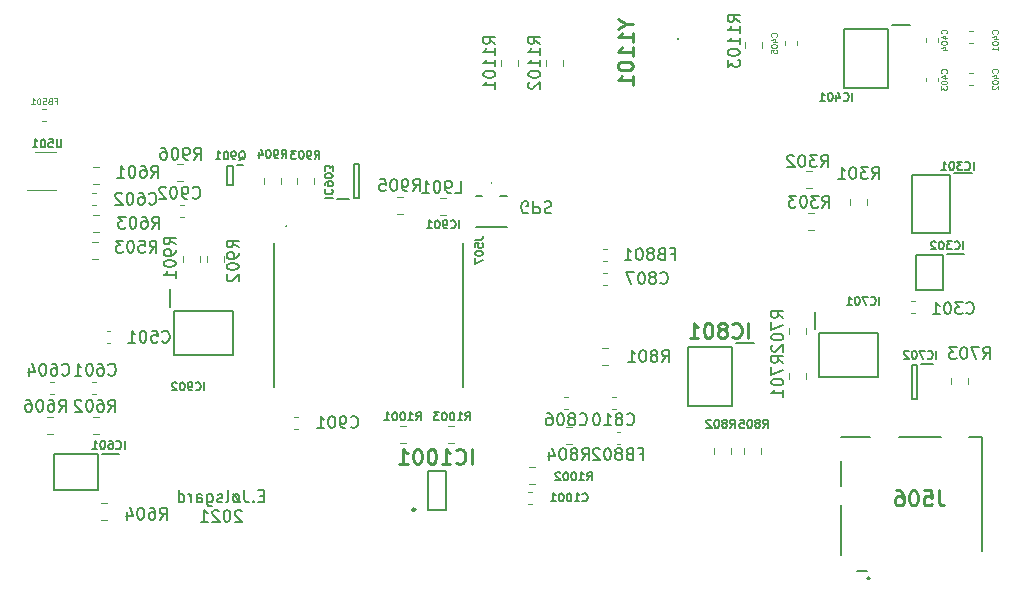
<source format=gbo>
G04 #@! TF.GenerationSoftware,KiCad,Pcbnew,(5.1.4)-1*
G04 #@! TF.CreationDate,2021-04-19T15:03:55+02:00*
G04 #@! TF.ProjectId,cSLIM-shield,63534c49-4d2d-4736-9869-656c642e6b69,rev?*
G04 #@! TF.SameCoordinates,Original*
G04 #@! TF.FileFunction,Legend,Bot*
G04 #@! TF.FilePolarity,Positive*
%FSLAX46Y46*%
G04 Gerber Fmt 4.6, Leading zero omitted, Abs format (unit mm)*
G04 Created by KiCad (PCBNEW (5.1.4)-1) date 2021-04-19 15:03:55*
%MOMM*%
%LPD*%
G04 APERTURE LIST*
%ADD10C,0.150000*%
%ADD11C,0.200000*%
%ADD12C,0.120000*%
%ADD13C,0.100000*%
%ADD14C,0.250000*%
%ADD15C,0.254000*%
G04 APERTURE END LIST*
D10*
X136715047Y-117975571D02*
X136381714Y-117975571D01*
X136238857Y-118499380D02*
X136715047Y-118499380D01*
X136715047Y-117499380D01*
X136238857Y-117499380D01*
X135810285Y-118404142D02*
X135762666Y-118451761D01*
X135810285Y-118499380D01*
X135857904Y-118451761D01*
X135810285Y-118404142D01*
X135810285Y-118499380D01*
X135048380Y-117499380D02*
X135048380Y-118213666D01*
X135096000Y-118356523D01*
X135191238Y-118451761D01*
X135334095Y-118499380D01*
X135429333Y-118499380D01*
X134048380Y-117832714D02*
X134667428Y-118499380D01*
X134429333Y-118499380D02*
X134524571Y-118451761D01*
X134572190Y-118404142D01*
X134619809Y-118308904D01*
X134619809Y-118023190D01*
X134572190Y-117927952D01*
X134524571Y-117880333D01*
X134429333Y-117832714D01*
X134286476Y-117832714D01*
X134191238Y-117880333D01*
X134143619Y-117927952D01*
X134096000Y-118023190D01*
X134096000Y-118308904D01*
X134143619Y-118404142D01*
X134191238Y-118451761D01*
X134286476Y-118499380D01*
X134429333Y-118499380D01*
X133524571Y-118499380D02*
X133619809Y-118451761D01*
X133667428Y-118356523D01*
X133667428Y-117499380D01*
X133191238Y-118451761D02*
X133096000Y-118499380D01*
X132905523Y-118499380D01*
X132810285Y-118451761D01*
X132762666Y-118356523D01*
X132762666Y-118308904D01*
X132810285Y-118213666D01*
X132905523Y-118166047D01*
X133048380Y-118166047D01*
X133143619Y-118118428D01*
X133191238Y-118023190D01*
X133191238Y-117975571D01*
X133143619Y-117880333D01*
X133048380Y-117832714D01*
X132905523Y-117832714D01*
X132810285Y-117880333D01*
X131905523Y-117832714D02*
X131905523Y-118642238D01*
X131953142Y-118737476D01*
X132000761Y-118785095D01*
X132096000Y-118832714D01*
X132238857Y-118832714D01*
X132334095Y-118785095D01*
X131905523Y-118451761D02*
X132000761Y-118499380D01*
X132191238Y-118499380D01*
X132286476Y-118451761D01*
X132334095Y-118404142D01*
X132381714Y-118308904D01*
X132381714Y-118023190D01*
X132334095Y-117927952D01*
X132286476Y-117880333D01*
X132191238Y-117832714D01*
X132000761Y-117832714D01*
X131905523Y-117880333D01*
X131000761Y-118499380D02*
X131000761Y-117975571D01*
X131048380Y-117880333D01*
X131143619Y-117832714D01*
X131334095Y-117832714D01*
X131429333Y-117880333D01*
X131000761Y-118451761D02*
X131096000Y-118499380D01*
X131334095Y-118499380D01*
X131429333Y-118451761D01*
X131476952Y-118356523D01*
X131476952Y-118261285D01*
X131429333Y-118166047D01*
X131334095Y-118118428D01*
X131096000Y-118118428D01*
X131000761Y-118070809D01*
X130524571Y-118499380D02*
X130524571Y-117832714D01*
X130524571Y-118023190D02*
X130476952Y-117927952D01*
X130429333Y-117880333D01*
X130334095Y-117832714D01*
X130238857Y-117832714D01*
X129476952Y-118499380D02*
X129476952Y-117499380D01*
X129476952Y-118451761D02*
X129572190Y-118499380D01*
X129762666Y-118499380D01*
X129857904Y-118451761D01*
X129905523Y-118404142D01*
X129953142Y-118308904D01*
X129953142Y-118023190D01*
X129905523Y-117927952D01*
X129857904Y-117880333D01*
X129762666Y-117832714D01*
X129572190Y-117832714D01*
X129476952Y-117880333D01*
X134810285Y-119244619D02*
X134762666Y-119197000D01*
X134667428Y-119149380D01*
X134429333Y-119149380D01*
X134334095Y-119197000D01*
X134286476Y-119244619D01*
X134238857Y-119339857D01*
X134238857Y-119435095D01*
X134286476Y-119577952D01*
X134857904Y-120149380D01*
X134238857Y-120149380D01*
X133619809Y-119149380D02*
X133524571Y-119149380D01*
X133429333Y-119197000D01*
X133381714Y-119244619D01*
X133334095Y-119339857D01*
X133286476Y-119530333D01*
X133286476Y-119768428D01*
X133334095Y-119958904D01*
X133381714Y-120054142D01*
X133429333Y-120101761D01*
X133524571Y-120149380D01*
X133619809Y-120149380D01*
X133715047Y-120101761D01*
X133762666Y-120054142D01*
X133810285Y-119958904D01*
X133857904Y-119768428D01*
X133857904Y-119530333D01*
X133810285Y-119339857D01*
X133762666Y-119244619D01*
X133715047Y-119197000D01*
X133619809Y-119149380D01*
X132905523Y-119244619D02*
X132857904Y-119197000D01*
X132762666Y-119149380D01*
X132524571Y-119149380D01*
X132429333Y-119197000D01*
X132381714Y-119244619D01*
X132334095Y-119339857D01*
X132334095Y-119435095D01*
X132381714Y-119577952D01*
X132953142Y-120149380D01*
X132334095Y-120149380D01*
X131381714Y-120149380D02*
X131953142Y-120149380D01*
X131667428Y-120149380D02*
X131667428Y-119149380D01*
X131762666Y-119292238D01*
X131857904Y-119387476D01*
X131953142Y-119435095D01*
D11*
X159051714Y-93972000D02*
X158956476Y-94019619D01*
X158813619Y-94019619D01*
X158670761Y-93972000D01*
X158575523Y-93876761D01*
X158527904Y-93781523D01*
X158480285Y-93591047D01*
X158480285Y-93448190D01*
X158527904Y-93257714D01*
X158575523Y-93162476D01*
X158670761Y-93067238D01*
X158813619Y-93019619D01*
X158908857Y-93019619D01*
X159051714Y-93067238D01*
X159099333Y-93114857D01*
X159099333Y-93448190D01*
X158908857Y-93448190D01*
X159527904Y-93019619D02*
X159527904Y-94019619D01*
X159908857Y-94019619D01*
X160004095Y-93972000D01*
X160051714Y-93924380D01*
X160099333Y-93829142D01*
X160099333Y-93686285D01*
X160051714Y-93591047D01*
X160004095Y-93543428D01*
X159908857Y-93495809D01*
X159527904Y-93495809D01*
X160480285Y-93067238D02*
X160623142Y-93019619D01*
X160861238Y-93019619D01*
X160956476Y-93067238D01*
X161004095Y-93114857D01*
X161051714Y-93210095D01*
X161051714Y-93305333D01*
X161004095Y-93400571D01*
X160956476Y-93448190D01*
X160861238Y-93495809D01*
X160670761Y-93543428D01*
X160575523Y-93591047D01*
X160527904Y-93638666D01*
X160480285Y-93733904D01*
X160480285Y-93829142D01*
X160527904Y-93924380D01*
X160575523Y-93972000D01*
X160670761Y-94019619D01*
X160908857Y-94019619D01*
X161051714Y-93972000D01*
D12*
X165349422Y-106882000D02*
X165866578Y-106882000D01*
X165349422Y-105462000D02*
X165866578Y-105462000D01*
X191831779Y-102491000D02*
X191506221Y-102491000D01*
X191831779Y-101471000D02*
X191506221Y-101471000D01*
X196433221Y-79631000D02*
X196758779Y-79631000D01*
X196433221Y-78611000D02*
X196758779Y-78611000D01*
X196433221Y-83187000D02*
X196758779Y-83187000D01*
X196433221Y-82167000D02*
X196758779Y-82167000D01*
X192784000Y-82539721D02*
X192784000Y-82865279D01*
X193804000Y-82539721D02*
X193804000Y-82865279D01*
X193804000Y-79186721D02*
X193804000Y-79512279D01*
X192784000Y-79186721D02*
X192784000Y-79512279D01*
X181866000Y-79466221D02*
X181866000Y-79791779D01*
X180846000Y-79466221D02*
X180846000Y-79791779D01*
X123383221Y-104011000D02*
X123708779Y-104011000D01*
X123383221Y-105031000D02*
X123708779Y-105031000D01*
X122489779Y-108329000D02*
X122164221Y-108329000D01*
X122489779Y-109349000D02*
X122164221Y-109349000D01*
X122489779Y-93347000D02*
X122164221Y-93347000D01*
X122489779Y-92327000D02*
X122164221Y-92327000D01*
X118582221Y-108329000D02*
X118907779Y-108329000D01*
X118582221Y-109349000D02*
X118907779Y-109349000D01*
X139582779Y-112270000D02*
X139257221Y-112270000D01*
X139582779Y-111250000D02*
X139257221Y-111250000D01*
X129631221Y-93343000D02*
X129956779Y-93343000D01*
X129631221Y-94363000D02*
X129956779Y-94363000D01*
X159095221Y-118620000D02*
X159420779Y-118620000D01*
X159095221Y-117600000D02*
X159420779Y-117600000D01*
X117922221Y-86235000D02*
X118247779Y-86235000D01*
X117922221Y-85215000D02*
X118247779Y-85215000D01*
D11*
X194767000Y-90768000D02*
X191567000Y-90768000D01*
X191567000Y-90768000D02*
X191567000Y-95668000D01*
X191567000Y-95668000D02*
X194767000Y-95668000D01*
X194767000Y-95668000D02*
X194767000Y-90768000D01*
X196642000Y-90638000D02*
X195117000Y-90638000D01*
X194190000Y-97560000D02*
X191890000Y-97560000D01*
X191890000Y-97560000D02*
X191890000Y-100560000D01*
X191890000Y-100560000D02*
X194190000Y-100560000D01*
X194190000Y-100560000D02*
X194190000Y-97560000D01*
X195965000Y-97510000D02*
X194540000Y-97510000D01*
X189556000Y-78399000D02*
X185856000Y-78399000D01*
X185856000Y-78399000D02*
X185856000Y-83399000D01*
X185856000Y-83399000D02*
X189556000Y-83399000D01*
X189556000Y-83399000D02*
X189556000Y-78399000D01*
X191381000Y-78049000D02*
X189906000Y-78049000D01*
X122627000Y-114451000D02*
X118927000Y-114451000D01*
X118927000Y-114451000D02*
X118927000Y-117451000D01*
X118927000Y-117451000D02*
X122627000Y-117451000D01*
X122627000Y-117451000D02*
X122627000Y-114451000D01*
X124452000Y-114401000D02*
X122977000Y-114401000D01*
X183332000Y-102370000D02*
X183332000Y-103845000D01*
X188682000Y-104195000D02*
X183682000Y-104195000D01*
X188682000Y-107895000D02*
X188682000Y-104195000D01*
X183682000Y-107895000D02*
X188682000Y-107895000D01*
X183682000Y-104195000D02*
X183682000Y-107895000D01*
X191995000Y-106881000D02*
X191545000Y-106881000D01*
X191545000Y-106881000D02*
X191545000Y-109781000D01*
X191545000Y-109781000D02*
X191995000Y-109781000D01*
X191995000Y-109781000D02*
X191995000Y-106881000D01*
X193395000Y-106831000D02*
X192345000Y-106831000D01*
X137542000Y-108716000D02*
X137542000Y-96516000D01*
X153542000Y-96516000D02*
X153542000Y-108716000D01*
X138616000Y-95102000D02*
G75*
G03X138616000Y-95102000I-62000J0D01*
G01*
X129072000Y-102290000D02*
X129072000Y-105990000D01*
X129072000Y-105990000D02*
X134072000Y-105990000D01*
X134072000Y-105990000D02*
X134072000Y-102290000D01*
X134072000Y-102290000D02*
X129072000Y-102290000D01*
X128722000Y-100465000D02*
X128722000Y-101940000D01*
X142901000Y-92813000D02*
X143951000Y-92813000D01*
X144301000Y-89863000D02*
X144301000Y-92763000D01*
X144751000Y-89863000D02*
X144301000Y-89863000D01*
X144751000Y-92763000D02*
X144751000Y-89863000D01*
X144301000Y-92763000D02*
X144751000Y-92763000D01*
X197491000Y-112933000D02*
X197491000Y-122612000D01*
X197491000Y-112933000D02*
X196430000Y-112933000D01*
X194016000Y-112933000D02*
X190516000Y-112933000D01*
X185541000Y-112933000D02*
X188061000Y-112933000D01*
X185541000Y-115036000D02*
X185541000Y-117117000D01*
X185541000Y-118732000D02*
X185541000Y-122966000D01*
X187777000Y-124333000D02*
X186956000Y-124333000D01*
X187995360Y-124938000D02*
G75*
G03X187995360Y-124938000I-113360J0D01*
G01*
X154656000Y-95153000D02*
X157256000Y-95153000D01*
X154656000Y-92553000D02*
X155195000Y-92553000D01*
X157256000Y-92553000D02*
X156717000Y-92553000D01*
X155974000Y-91500000D02*
G75*
G03X155974000Y-91500000I-31000J0D01*
G01*
D12*
X152102578Y-92762000D02*
X151585422Y-92762000D01*
X152102578Y-94182000D02*
X151585422Y-94182000D01*
D11*
X134108000Y-90005000D02*
X133608000Y-90005000D01*
X133608000Y-90005000D02*
X133608000Y-91605000D01*
X133608000Y-91605000D02*
X134108000Y-91605000D01*
X134108000Y-91605000D02*
X134108000Y-90005000D01*
X134928000Y-89905000D02*
X134458000Y-89905000D01*
D12*
X186361000Y-92783922D02*
X186361000Y-93301078D01*
X187781000Y-92783922D02*
X187781000Y-93301078D01*
X122169422Y-97865000D02*
X122686578Y-97865000D01*
X122169422Y-96445000D02*
X122686578Y-96445000D01*
X122735578Y-90095000D02*
X122218422Y-90095000D01*
X122735578Y-91515000D02*
X122218422Y-91515000D01*
X122735578Y-111304000D02*
X122218422Y-111304000D01*
X122735578Y-112724000D02*
X122218422Y-112724000D01*
X122735578Y-95579000D02*
X122218422Y-95579000D01*
X122735578Y-94159000D02*
X122218422Y-94159000D01*
X123399578Y-119963000D02*
X122882422Y-119963000D01*
X123399578Y-118543000D02*
X122882422Y-118543000D01*
X118310422Y-112724000D02*
X118827578Y-112724000D01*
X118310422Y-111304000D02*
X118827578Y-111304000D01*
X181154000Y-107564422D02*
X181154000Y-108081578D01*
X182574000Y-107564422D02*
X182574000Y-108081578D01*
X182574000Y-103754422D02*
X182574000Y-104271578D01*
X181154000Y-103754422D02*
X181154000Y-104271578D01*
X196290000Y-107993422D02*
X196290000Y-108510578D01*
X194870000Y-107993422D02*
X194870000Y-108510578D01*
X131266000Y-97609922D02*
X131266000Y-98127078D01*
X129846000Y-97609922D02*
X129846000Y-98127078D01*
X133298000Y-97609922D02*
X133298000Y-98127078D01*
X131878000Y-97609922D02*
X131878000Y-98127078D01*
X139498000Y-91571578D02*
X139498000Y-91054422D01*
X140918000Y-91571578D02*
X140918000Y-91054422D01*
X138124000Y-91054422D02*
X138124000Y-91571578D01*
X136704000Y-91054422D02*
X136704000Y-91571578D01*
X147950422Y-92635000D02*
X148467578Y-92635000D01*
X147950422Y-94055000D02*
X148467578Y-94055000D01*
X129330422Y-91261000D02*
X129847578Y-91261000D01*
X129330422Y-89841000D02*
X129847578Y-89841000D01*
X148721578Y-112066000D02*
X148204422Y-112066000D01*
X148721578Y-113486000D02*
X148204422Y-113486000D01*
X159692578Y-115495000D02*
X159175422Y-115495000D01*
X159692578Y-116915000D02*
X159175422Y-116915000D01*
X152834578Y-113486000D02*
X152317422Y-113486000D01*
X152834578Y-112066000D02*
X152317422Y-112066000D01*
X117337000Y-88875000D02*
X119137000Y-88875000D01*
X119137000Y-92095000D02*
X116687000Y-92095000D01*
D11*
X176348000Y-105323000D02*
X172648000Y-105323000D01*
X172648000Y-105323000D02*
X172648000Y-110323000D01*
X172648000Y-110323000D02*
X176348000Y-110323000D01*
X176348000Y-110323000D02*
X176348000Y-105323000D01*
X178173000Y-104973000D02*
X176698000Y-104973000D01*
D12*
X174804000Y-113914422D02*
X174804000Y-114431578D01*
X176224000Y-113914422D02*
X176224000Y-114431578D01*
X162151221Y-109577000D02*
X162476779Y-109577000D01*
X162151221Y-110597000D02*
X162476779Y-110597000D01*
X165445221Y-100078000D02*
X165770779Y-100078000D01*
X165445221Y-99058000D02*
X165770779Y-99058000D01*
X166161221Y-109577000D02*
X166486779Y-109577000D01*
X166161221Y-110597000D02*
X166486779Y-110597000D01*
X165445221Y-98046000D02*
X165770779Y-98046000D01*
X165445221Y-97026000D02*
X165770779Y-97026000D01*
X166561221Y-112527000D02*
X166886779Y-112527000D01*
X166561221Y-113547000D02*
X166886779Y-113547000D01*
X162255422Y-112107000D02*
X162772578Y-112107000D01*
X162255422Y-113527000D02*
X162772578Y-113527000D01*
X177344000Y-113914422D02*
X177344000Y-114431578D01*
X178764000Y-113914422D02*
X178764000Y-114431578D01*
X158190000Y-81021422D02*
X158190000Y-81538578D01*
X156770000Y-81021422D02*
X156770000Y-81538578D01*
X162000000Y-81538578D02*
X162000000Y-81021422D01*
X160580000Y-81538578D02*
X160580000Y-81021422D01*
X177471000Y-80063078D02*
X177471000Y-79545922D01*
X178891000Y-80063078D02*
X178891000Y-79545922D01*
D13*
X171707000Y-79245000D02*
X171707000Y-79245000D01*
X171807000Y-79245000D02*
X171807000Y-79245000D01*
X171807000Y-79245000D02*
G75*
G03X171707000Y-79245000I-50000J0D01*
G01*
X171707000Y-79245000D02*
G75*
G03X171807000Y-79245000I50000J0D01*
G01*
D11*
X150609000Y-119115000D02*
X152159000Y-119115000D01*
X152159000Y-119115000D02*
X152159000Y-115835000D01*
X152159000Y-115835000D02*
X150609000Y-115835000D01*
X150609000Y-115835000D02*
X150609000Y-119115000D01*
D14*
X149534000Y-119125000D02*
G75*
G03X149534000Y-119125000I-125000J0D01*
G01*
D12*
X182621422Y-91896000D02*
X183138578Y-91896000D01*
X182621422Y-90476000D02*
X183138578Y-90476000D01*
X183265578Y-95452000D02*
X182748422Y-95452000D01*
X183265578Y-94032000D02*
X182748422Y-94032000D01*
D10*
X170410047Y-106624380D02*
X170743380Y-106148190D01*
X170981476Y-106624380D02*
X170981476Y-105624380D01*
X170600523Y-105624380D01*
X170505285Y-105672000D01*
X170457666Y-105719619D01*
X170410047Y-105814857D01*
X170410047Y-105957714D01*
X170457666Y-106052952D01*
X170505285Y-106100571D01*
X170600523Y-106148190D01*
X170981476Y-106148190D01*
X169838619Y-106052952D02*
X169933857Y-106005333D01*
X169981476Y-105957714D01*
X170029095Y-105862476D01*
X170029095Y-105814857D01*
X169981476Y-105719619D01*
X169933857Y-105672000D01*
X169838619Y-105624380D01*
X169648142Y-105624380D01*
X169552904Y-105672000D01*
X169505285Y-105719619D01*
X169457666Y-105814857D01*
X169457666Y-105862476D01*
X169505285Y-105957714D01*
X169552904Y-106005333D01*
X169648142Y-106052952D01*
X169838619Y-106052952D01*
X169933857Y-106100571D01*
X169981476Y-106148190D01*
X170029095Y-106243428D01*
X170029095Y-106433904D01*
X169981476Y-106529142D01*
X169933857Y-106576761D01*
X169838619Y-106624380D01*
X169648142Y-106624380D01*
X169552904Y-106576761D01*
X169505285Y-106529142D01*
X169457666Y-106433904D01*
X169457666Y-106243428D01*
X169505285Y-106148190D01*
X169552904Y-106100571D01*
X169648142Y-106052952D01*
X168838619Y-105624380D02*
X168743380Y-105624380D01*
X168648142Y-105672000D01*
X168600523Y-105719619D01*
X168552904Y-105814857D01*
X168505285Y-106005333D01*
X168505285Y-106243428D01*
X168552904Y-106433904D01*
X168600523Y-106529142D01*
X168648142Y-106576761D01*
X168743380Y-106624380D01*
X168838619Y-106624380D01*
X168933857Y-106576761D01*
X168981476Y-106529142D01*
X169029095Y-106433904D01*
X169076714Y-106243428D01*
X169076714Y-106005333D01*
X169029095Y-105814857D01*
X168981476Y-105719619D01*
X168933857Y-105672000D01*
X168838619Y-105624380D01*
X167552904Y-106624380D02*
X168124333Y-106624380D01*
X167838619Y-106624380D02*
X167838619Y-105624380D01*
X167933857Y-105767238D01*
X168029095Y-105862476D01*
X168124333Y-105910095D01*
X196191547Y-102465142D02*
X196239166Y-102512761D01*
X196382023Y-102560380D01*
X196477261Y-102560380D01*
X196620119Y-102512761D01*
X196715357Y-102417523D01*
X196762976Y-102322285D01*
X196810595Y-102131809D01*
X196810595Y-101988952D01*
X196762976Y-101798476D01*
X196715357Y-101703238D01*
X196620119Y-101608000D01*
X196477261Y-101560380D01*
X196382023Y-101560380D01*
X196239166Y-101608000D01*
X196191547Y-101655619D01*
X195858214Y-101560380D02*
X195239166Y-101560380D01*
X195572500Y-101941333D01*
X195429642Y-101941333D01*
X195334404Y-101988952D01*
X195286785Y-102036571D01*
X195239166Y-102131809D01*
X195239166Y-102369904D01*
X195286785Y-102465142D01*
X195334404Y-102512761D01*
X195429642Y-102560380D01*
X195715357Y-102560380D01*
X195810595Y-102512761D01*
X195858214Y-102465142D01*
X194620119Y-101560380D02*
X194524880Y-101560380D01*
X194429642Y-101608000D01*
X194382023Y-101655619D01*
X194334404Y-101750857D01*
X194286785Y-101941333D01*
X194286785Y-102179428D01*
X194334404Y-102369904D01*
X194382023Y-102465142D01*
X194429642Y-102512761D01*
X194524880Y-102560380D01*
X194620119Y-102560380D01*
X194715357Y-102512761D01*
X194762976Y-102465142D01*
X194810595Y-102369904D01*
X194858214Y-102179428D01*
X194858214Y-101941333D01*
X194810595Y-101750857D01*
X194762976Y-101655619D01*
X194715357Y-101608000D01*
X194620119Y-101560380D01*
X193334404Y-102560380D02*
X193905833Y-102560380D01*
X193620119Y-102560380D02*
X193620119Y-101560380D01*
X193715357Y-101703238D01*
X193810595Y-101798476D01*
X193905833Y-101846095D01*
D13*
X198806571Y-78815476D02*
X198830380Y-78791666D01*
X198854190Y-78720238D01*
X198854190Y-78672619D01*
X198830380Y-78601190D01*
X198782761Y-78553571D01*
X198735142Y-78529761D01*
X198639904Y-78505952D01*
X198568476Y-78505952D01*
X198473238Y-78529761D01*
X198425619Y-78553571D01*
X198378000Y-78601190D01*
X198354190Y-78672619D01*
X198354190Y-78720238D01*
X198378000Y-78791666D01*
X198401809Y-78815476D01*
X198520857Y-79244047D02*
X198854190Y-79244047D01*
X198330380Y-79125000D02*
X198687523Y-79005952D01*
X198687523Y-79315476D01*
X198354190Y-79601190D02*
X198354190Y-79648809D01*
X198378000Y-79696428D01*
X198401809Y-79720238D01*
X198449428Y-79744047D01*
X198544666Y-79767857D01*
X198663714Y-79767857D01*
X198758952Y-79744047D01*
X198806571Y-79720238D01*
X198830380Y-79696428D01*
X198854190Y-79648809D01*
X198854190Y-79601190D01*
X198830380Y-79553571D01*
X198806571Y-79529761D01*
X198758952Y-79505952D01*
X198663714Y-79482142D01*
X198544666Y-79482142D01*
X198449428Y-79505952D01*
X198401809Y-79529761D01*
X198378000Y-79553571D01*
X198354190Y-79601190D01*
X198854190Y-80244047D02*
X198854190Y-79958333D01*
X198854190Y-80101190D02*
X198354190Y-80101190D01*
X198425619Y-80053571D01*
X198473238Y-80005952D01*
X198497047Y-79958333D01*
X198806571Y-82117476D02*
X198830380Y-82093666D01*
X198854190Y-82022238D01*
X198854190Y-81974619D01*
X198830380Y-81903190D01*
X198782761Y-81855571D01*
X198735142Y-81831761D01*
X198639904Y-81807952D01*
X198568476Y-81807952D01*
X198473238Y-81831761D01*
X198425619Y-81855571D01*
X198378000Y-81903190D01*
X198354190Y-81974619D01*
X198354190Y-82022238D01*
X198378000Y-82093666D01*
X198401809Y-82117476D01*
X198520857Y-82546047D02*
X198854190Y-82546047D01*
X198330380Y-82427000D02*
X198687523Y-82307952D01*
X198687523Y-82617476D01*
X198354190Y-82903190D02*
X198354190Y-82950809D01*
X198378000Y-82998428D01*
X198401809Y-83022238D01*
X198449428Y-83046047D01*
X198544666Y-83069857D01*
X198663714Y-83069857D01*
X198758952Y-83046047D01*
X198806571Y-83022238D01*
X198830380Y-82998428D01*
X198854190Y-82950809D01*
X198854190Y-82903190D01*
X198830380Y-82855571D01*
X198806571Y-82831761D01*
X198758952Y-82807952D01*
X198663714Y-82784142D01*
X198544666Y-82784142D01*
X198449428Y-82807952D01*
X198401809Y-82831761D01*
X198378000Y-82855571D01*
X198354190Y-82903190D01*
X198401809Y-83260333D02*
X198378000Y-83284142D01*
X198354190Y-83331761D01*
X198354190Y-83450809D01*
X198378000Y-83498428D01*
X198401809Y-83522238D01*
X198449428Y-83546047D01*
X198497047Y-83546047D01*
X198568476Y-83522238D01*
X198854190Y-83236523D01*
X198854190Y-83546047D01*
X194488571Y-82142976D02*
X194512380Y-82119166D01*
X194536190Y-82047738D01*
X194536190Y-82000119D01*
X194512380Y-81928690D01*
X194464761Y-81881071D01*
X194417142Y-81857261D01*
X194321904Y-81833452D01*
X194250476Y-81833452D01*
X194155238Y-81857261D01*
X194107619Y-81881071D01*
X194060000Y-81928690D01*
X194036190Y-82000119D01*
X194036190Y-82047738D01*
X194060000Y-82119166D01*
X194083809Y-82142976D01*
X194202857Y-82571547D02*
X194536190Y-82571547D01*
X194012380Y-82452500D02*
X194369523Y-82333452D01*
X194369523Y-82642976D01*
X194036190Y-82928690D02*
X194036190Y-82976309D01*
X194060000Y-83023928D01*
X194083809Y-83047738D01*
X194131428Y-83071547D01*
X194226666Y-83095357D01*
X194345714Y-83095357D01*
X194440952Y-83071547D01*
X194488571Y-83047738D01*
X194512380Y-83023928D01*
X194536190Y-82976309D01*
X194536190Y-82928690D01*
X194512380Y-82881071D01*
X194488571Y-82857261D01*
X194440952Y-82833452D01*
X194345714Y-82809642D01*
X194226666Y-82809642D01*
X194131428Y-82833452D01*
X194083809Y-82857261D01*
X194060000Y-82881071D01*
X194036190Y-82928690D01*
X194036190Y-83262023D02*
X194036190Y-83571547D01*
X194226666Y-83404880D01*
X194226666Y-83476309D01*
X194250476Y-83523928D01*
X194274285Y-83547738D01*
X194321904Y-83571547D01*
X194440952Y-83571547D01*
X194488571Y-83547738D01*
X194512380Y-83523928D01*
X194536190Y-83476309D01*
X194536190Y-83333452D01*
X194512380Y-83285833D01*
X194488571Y-83262023D01*
X194488571Y-78789976D02*
X194512380Y-78766166D01*
X194536190Y-78694738D01*
X194536190Y-78647119D01*
X194512380Y-78575690D01*
X194464761Y-78528071D01*
X194417142Y-78504261D01*
X194321904Y-78480452D01*
X194250476Y-78480452D01*
X194155238Y-78504261D01*
X194107619Y-78528071D01*
X194060000Y-78575690D01*
X194036190Y-78647119D01*
X194036190Y-78694738D01*
X194060000Y-78766166D01*
X194083809Y-78789976D01*
X194202857Y-79218547D02*
X194536190Y-79218547D01*
X194012380Y-79099500D02*
X194369523Y-78980452D01*
X194369523Y-79289976D01*
X194036190Y-79575690D02*
X194036190Y-79623309D01*
X194060000Y-79670928D01*
X194083809Y-79694738D01*
X194131428Y-79718547D01*
X194226666Y-79742357D01*
X194345714Y-79742357D01*
X194440952Y-79718547D01*
X194488571Y-79694738D01*
X194512380Y-79670928D01*
X194536190Y-79623309D01*
X194536190Y-79575690D01*
X194512380Y-79528071D01*
X194488571Y-79504261D01*
X194440952Y-79480452D01*
X194345714Y-79456642D01*
X194226666Y-79456642D01*
X194131428Y-79480452D01*
X194083809Y-79504261D01*
X194060000Y-79528071D01*
X194036190Y-79575690D01*
X194202857Y-80170928D02*
X194536190Y-80170928D01*
X194012380Y-80051880D02*
X194369523Y-79932833D01*
X194369523Y-80242357D01*
X180104571Y-79069476D02*
X180128380Y-79045666D01*
X180152190Y-78974238D01*
X180152190Y-78926619D01*
X180128380Y-78855190D01*
X180080761Y-78807571D01*
X180033142Y-78783761D01*
X179937904Y-78759952D01*
X179866476Y-78759952D01*
X179771238Y-78783761D01*
X179723619Y-78807571D01*
X179676000Y-78855190D01*
X179652190Y-78926619D01*
X179652190Y-78974238D01*
X179676000Y-79045666D01*
X179699809Y-79069476D01*
X179818857Y-79498047D02*
X180152190Y-79498047D01*
X179628380Y-79379000D02*
X179985523Y-79259952D01*
X179985523Y-79569476D01*
X179652190Y-79855190D02*
X179652190Y-79902809D01*
X179676000Y-79950428D01*
X179699809Y-79974238D01*
X179747428Y-79998047D01*
X179842666Y-80021857D01*
X179961714Y-80021857D01*
X180056952Y-79998047D01*
X180104571Y-79974238D01*
X180128380Y-79950428D01*
X180152190Y-79902809D01*
X180152190Y-79855190D01*
X180128380Y-79807571D01*
X180104571Y-79783761D01*
X180056952Y-79759952D01*
X179961714Y-79736142D01*
X179842666Y-79736142D01*
X179747428Y-79759952D01*
X179699809Y-79783761D01*
X179676000Y-79807571D01*
X179652190Y-79855190D01*
X179652190Y-80474238D02*
X179652190Y-80236142D01*
X179890285Y-80212333D01*
X179866476Y-80236142D01*
X179842666Y-80283761D01*
X179842666Y-80402809D01*
X179866476Y-80450428D01*
X179890285Y-80474238D01*
X179937904Y-80498047D01*
X180056952Y-80498047D01*
X180104571Y-80474238D01*
X180128380Y-80450428D01*
X180152190Y-80402809D01*
X180152190Y-80283761D01*
X180128380Y-80236142D01*
X180104571Y-80212333D01*
D10*
X128094047Y-104878142D02*
X128141666Y-104925761D01*
X128284523Y-104973380D01*
X128379761Y-104973380D01*
X128522619Y-104925761D01*
X128617857Y-104830523D01*
X128665476Y-104735285D01*
X128713095Y-104544809D01*
X128713095Y-104401952D01*
X128665476Y-104211476D01*
X128617857Y-104116238D01*
X128522619Y-104021000D01*
X128379761Y-103973380D01*
X128284523Y-103973380D01*
X128141666Y-104021000D01*
X128094047Y-104068619D01*
X127189285Y-103973380D02*
X127665476Y-103973380D01*
X127713095Y-104449571D01*
X127665476Y-104401952D01*
X127570238Y-104354333D01*
X127332142Y-104354333D01*
X127236904Y-104401952D01*
X127189285Y-104449571D01*
X127141666Y-104544809D01*
X127141666Y-104782904D01*
X127189285Y-104878142D01*
X127236904Y-104925761D01*
X127332142Y-104973380D01*
X127570238Y-104973380D01*
X127665476Y-104925761D01*
X127713095Y-104878142D01*
X126522619Y-103973380D02*
X126427380Y-103973380D01*
X126332142Y-104021000D01*
X126284523Y-104068619D01*
X126236904Y-104163857D01*
X126189285Y-104354333D01*
X126189285Y-104592428D01*
X126236904Y-104782904D01*
X126284523Y-104878142D01*
X126332142Y-104925761D01*
X126427380Y-104973380D01*
X126522619Y-104973380D01*
X126617857Y-104925761D01*
X126665476Y-104878142D01*
X126713095Y-104782904D01*
X126760714Y-104592428D01*
X126760714Y-104354333D01*
X126713095Y-104163857D01*
X126665476Y-104068619D01*
X126617857Y-104021000D01*
X126522619Y-103973380D01*
X125236904Y-104973380D02*
X125808333Y-104973380D01*
X125522619Y-104973380D02*
X125522619Y-103973380D01*
X125617857Y-104116238D01*
X125713095Y-104211476D01*
X125808333Y-104259095D01*
X123547047Y-107672142D02*
X123594666Y-107719761D01*
X123737523Y-107767380D01*
X123832761Y-107767380D01*
X123975619Y-107719761D01*
X124070857Y-107624523D01*
X124118476Y-107529285D01*
X124166095Y-107338809D01*
X124166095Y-107195952D01*
X124118476Y-107005476D01*
X124070857Y-106910238D01*
X123975619Y-106815000D01*
X123832761Y-106767380D01*
X123737523Y-106767380D01*
X123594666Y-106815000D01*
X123547047Y-106862619D01*
X122689904Y-106767380D02*
X122880380Y-106767380D01*
X122975619Y-106815000D01*
X123023238Y-106862619D01*
X123118476Y-107005476D01*
X123166095Y-107195952D01*
X123166095Y-107576904D01*
X123118476Y-107672142D01*
X123070857Y-107719761D01*
X122975619Y-107767380D01*
X122785142Y-107767380D01*
X122689904Y-107719761D01*
X122642285Y-107672142D01*
X122594666Y-107576904D01*
X122594666Y-107338809D01*
X122642285Y-107243571D01*
X122689904Y-107195952D01*
X122785142Y-107148333D01*
X122975619Y-107148333D01*
X123070857Y-107195952D01*
X123118476Y-107243571D01*
X123166095Y-107338809D01*
X121975619Y-106767380D02*
X121880380Y-106767380D01*
X121785142Y-106815000D01*
X121737523Y-106862619D01*
X121689904Y-106957857D01*
X121642285Y-107148333D01*
X121642285Y-107386428D01*
X121689904Y-107576904D01*
X121737523Y-107672142D01*
X121785142Y-107719761D01*
X121880380Y-107767380D01*
X121975619Y-107767380D01*
X122070857Y-107719761D01*
X122118476Y-107672142D01*
X122166095Y-107576904D01*
X122213714Y-107386428D01*
X122213714Y-107148333D01*
X122166095Y-106957857D01*
X122118476Y-106862619D01*
X122070857Y-106815000D01*
X121975619Y-106767380D01*
X120689904Y-107767380D02*
X121261333Y-107767380D01*
X120975619Y-107767380D02*
X120975619Y-106767380D01*
X121070857Y-106910238D01*
X121166095Y-107005476D01*
X121261333Y-107053095D01*
X126976547Y-93194142D02*
X127024166Y-93241761D01*
X127167023Y-93289380D01*
X127262261Y-93289380D01*
X127405119Y-93241761D01*
X127500357Y-93146523D01*
X127547976Y-93051285D01*
X127595595Y-92860809D01*
X127595595Y-92717952D01*
X127547976Y-92527476D01*
X127500357Y-92432238D01*
X127405119Y-92337000D01*
X127262261Y-92289380D01*
X127167023Y-92289380D01*
X127024166Y-92337000D01*
X126976547Y-92384619D01*
X126119404Y-92289380D02*
X126309880Y-92289380D01*
X126405119Y-92337000D01*
X126452738Y-92384619D01*
X126547976Y-92527476D01*
X126595595Y-92717952D01*
X126595595Y-93098904D01*
X126547976Y-93194142D01*
X126500357Y-93241761D01*
X126405119Y-93289380D01*
X126214642Y-93289380D01*
X126119404Y-93241761D01*
X126071785Y-93194142D01*
X126024166Y-93098904D01*
X126024166Y-92860809D01*
X126071785Y-92765571D01*
X126119404Y-92717952D01*
X126214642Y-92670333D01*
X126405119Y-92670333D01*
X126500357Y-92717952D01*
X126547976Y-92765571D01*
X126595595Y-92860809D01*
X125405119Y-92289380D02*
X125309880Y-92289380D01*
X125214642Y-92337000D01*
X125167023Y-92384619D01*
X125119404Y-92479857D01*
X125071785Y-92670333D01*
X125071785Y-92908428D01*
X125119404Y-93098904D01*
X125167023Y-93194142D01*
X125214642Y-93241761D01*
X125309880Y-93289380D01*
X125405119Y-93289380D01*
X125500357Y-93241761D01*
X125547976Y-93194142D01*
X125595595Y-93098904D01*
X125643214Y-92908428D01*
X125643214Y-92670333D01*
X125595595Y-92479857D01*
X125547976Y-92384619D01*
X125500357Y-92337000D01*
X125405119Y-92289380D01*
X124690833Y-92384619D02*
X124643214Y-92337000D01*
X124547976Y-92289380D01*
X124309880Y-92289380D01*
X124214642Y-92337000D01*
X124167023Y-92384619D01*
X124119404Y-92479857D01*
X124119404Y-92575095D01*
X124167023Y-92717952D01*
X124738452Y-93289380D01*
X124119404Y-93289380D01*
X119610047Y-107672142D02*
X119657666Y-107719761D01*
X119800523Y-107767380D01*
X119895761Y-107767380D01*
X120038619Y-107719761D01*
X120133857Y-107624523D01*
X120181476Y-107529285D01*
X120229095Y-107338809D01*
X120229095Y-107195952D01*
X120181476Y-107005476D01*
X120133857Y-106910238D01*
X120038619Y-106815000D01*
X119895761Y-106767380D01*
X119800523Y-106767380D01*
X119657666Y-106815000D01*
X119610047Y-106862619D01*
X118752904Y-106767380D02*
X118943380Y-106767380D01*
X119038619Y-106815000D01*
X119086238Y-106862619D01*
X119181476Y-107005476D01*
X119229095Y-107195952D01*
X119229095Y-107576904D01*
X119181476Y-107672142D01*
X119133857Y-107719761D01*
X119038619Y-107767380D01*
X118848142Y-107767380D01*
X118752904Y-107719761D01*
X118705285Y-107672142D01*
X118657666Y-107576904D01*
X118657666Y-107338809D01*
X118705285Y-107243571D01*
X118752904Y-107195952D01*
X118848142Y-107148333D01*
X119038619Y-107148333D01*
X119133857Y-107195952D01*
X119181476Y-107243571D01*
X119229095Y-107338809D01*
X118038619Y-106767380D02*
X117943380Y-106767380D01*
X117848142Y-106815000D01*
X117800523Y-106862619D01*
X117752904Y-106957857D01*
X117705285Y-107148333D01*
X117705285Y-107386428D01*
X117752904Y-107576904D01*
X117800523Y-107672142D01*
X117848142Y-107719761D01*
X117943380Y-107767380D01*
X118038619Y-107767380D01*
X118133857Y-107719761D01*
X118181476Y-107672142D01*
X118229095Y-107576904D01*
X118276714Y-107386428D01*
X118276714Y-107148333D01*
X118229095Y-106957857D01*
X118181476Y-106862619D01*
X118133857Y-106815000D01*
X118038619Y-106767380D01*
X116848142Y-107100714D02*
X116848142Y-107767380D01*
X117086238Y-106719761D02*
X117324333Y-107434047D01*
X116705285Y-107434047D01*
X144069547Y-112117142D02*
X144117166Y-112164761D01*
X144260023Y-112212380D01*
X144355261Y-112212380D01*
X144498119Y-112164761D01*
X144593357Y-112069523D01*
X144640976Y-111974285D01*
X144688595Y-111783809D01*
X144688595Y-111640952D01*
X144640976Y-111450476D01*
X144593357Y-111355238D01*
X144498119Y-111260000D01*
X144355261Y-111212380D01*
X144260023Y-111212380D01*
X144117166Y-111260000D01*
X144069547Y-111307619D01*
X143593357Y-112212380D02*
X143402880Y-112212380D01*
X143307642Y-112164761D01*
X143260023Y-112117142D01*
X143164785Y-111974285D01*
X143117166Y-111783809D01*
X143117166Y-111402857D01*
X143164785Y-111307619D01*
X143212404Y-111260000D01*
X143307642Y-111212380D01*
X143498119Y-111212380D01*
X143593357Y-111260000D01*
X143640976Y-111307619D01*
X143688595Y-111402857D01*
X143688595Y-111640952D01*
X143640976Y-111736190D01*
X143593357Y-111783809D01*
X143498119Y-111831428D01*
X143307642Y-111831428D01*
X143212404Y-111783809D01*
X143164785Y-111736190D01*
X143117166Y-111640952D01*
X142498119Y-111212380D02*
X142402880Y-111212380D01*
X142307642Y-111260000D01*
X142260023Y-111307619D01*
X142212404Y-111402857D01*
X142164785Y-111593333D01*
X142164785Y-111831428D01*
X142212404Y-112021904D01*
X142260023Y-112117142D01*
X142307642Y-112164761D01*
X142402880Y-112212380D01*
X142498119Y-112212380D01*
X142593357Y-112164761D01*
X142640976Y-112117142D01*
X142688595Y-112021904D01*
X142736214Y-111831428D01*
X142736214Y-111593333D01*
X142688595Y-111402857D01*
X142640976Y-111307619D01*
X142593357Y-111260000D01*
X142498119Y-111212380D01*
X141212404Y-112212380D02*
X141783833Y-112212380D01*
X141498119Y-112212380D02*
X141498119Y-111212380D01*
X141593357Y-111355238D01*
X141688595Y-111450476D01*
X141783833Y-111498095D01*
X130684547Y-92686142D02*
X130732166Y-92733761D01*
X130875023Y-92781380D01*
X130970261Y-92781380D01*
X131113119Y-92733761D01*
X131208357Y-92638523D01*
X131255976Y-92543285D01*
X131303595Y-92352809D01*
X131303595Y-92209952D01*
X131255976Y-92019476D01*
X131208357Y-91924238D01*
X131113119Y-91829000D01*
X130970261Y-91781380D01*
X130875023Y-91781380D01*
X130732166Y-91829000D01*
X130684547Y-91876619D01*
X130208357Y-92781380D02*
X130017880Y-92781380D01*
X129922642Y-92733761D01*
X129875023Y-92686142D01*
X129779785Y-92543285D01*
X129732166Y-92352809D01*
X129732166Y-91971857D01*
X129779785Y-91876619D01*
X129827404Y-91829000D01*
X129922642Y-91781380D01*
X130113119Y-91781380D01*
X130208357Y-91829000D01*
X130255976Y-91876619D01*
X130303595Y-91971857D01*
X130303595Y-92209952D01*
X130255976Y-92305190D01*
X130208357Y-92352809D01*
X130113119Y-92400428D01*
X129922642Y-92400428D01*
X129827404Y-92352809D01*
X129779785Y-92305190D01*
X129732166Y-92209952D01*
X129113119Y-91781380D02*
X129017880Y-91781380D01*
X128922642Y-91829000D01*
X128875023Y-91876619D01*
X128827404Y-91971857D01*
X128779785Y-92162333D01*
X128779785Y-92400428D01*
X128827404Y-92590904D01*
X128875023Y-92686142D01*
X128922642Y-92733761D01*
X129017880Y-92781380D01*
X129113119Y-92781380D01*
X129208357Y-92733761D01*
X129255976Y-92686142D01*
X129303595Y-92590904D01*
X129351214Y-92400428D01*
X129351214Y-92162333D01*
X129303595Y-91971857D01*
X129255976Y-91876619D01*
X129208357Y-91829000D01*
X129113119Y-91781380D01*
X128398833Y-91876619D02*
X128351214Y-91829000D01*
X128255976Y-91781380D01*
X128017880Y-91781380D01*
X127922642Y-91829000D01*
X127875023Y-91876619D01*
X127827404Y-91971857D01*
X127827404Y-92067095D01*
X127875023Y-92209952D01*
X128446452Y-92781380D01*
X127827404Y-92781380D01*
X163676666Y-118360000D02*
X163710000Y-118393333D01*
X163810000Y-118426666D01*
X163876666Y-118426666D01*
X163976666Y-118393333D01*
X164043333Y-118326666D01*
X164076666Y-118260000D01*
X164110000Y-118126666D01*
X164110000Y-118026666D01*
X164076666Y-117893333D01*
X164043333Y-117826666D01*
X163976666Y-117760000D01*
X163876666Y-117726666D01*
X163810000Y-117726666D01*
X163710000Y-117760000D01*
X163676666Y-117793333D01*
X163010000Y-118426666D02*
X163410000Y-118426666D01*
X163210000Y-118426666D02*
X163210000Y-117726666D01*
X163276666Y-117826666D01*
X163343333Y-117893333D01*
X163410000Y-117926666D01*
X162576666Y-117726666D02*
X162510000Y-117726666D01*
X162443333Y-117760000D01*
X162410000Y-117793333D01*
X162376666Y-117860000D01*
X162343333Y-117993333D01*
X162343333Y-118160000D01*
X162376666Y-118293333D01*
X162410000Y-118360000D01*
X162443333Y-118393333D01*
X162510000Y-118426666D01*
X162576666Y-118426666D01*
X162643333Y-118393333D01*
X162676666Y-118360000D01*
X162710000Y-118293333D01*
X162743333Y-118160000D01*
X162743333Y-117993333D01*
X162710000Y-117860000D01*
X162676666Y-117793333D01*
X162643333Y-117760000D01*
X162576666Y-117726666D01*
X161910000Y-117726666D02*
X161843333Y-117726666D01*
X161776666Y-117760000D01*
X161743333Y-117793333D01*
X161710000Y-117860000D01*
X161676666Y-117993333D01*
X161676666Y-118160000D01*
X161710000Y-118293333D01*
X161743333Y-118360000D01*
X161776666Y-118393333D01*
X161843333Y-118426666D01*
X161910000Y-118426666D01*
X161976666Y-118393333D01*
X162010000Y-118360000D01*
X162043333Y-118293333D01*
X162076666Y-118160000D01*
X162076666Y-117993333D01*
X162043333Y-117860000D01*
X162010000Y-117793333D01*
X161976666Y-117760000D01*
X161910000Y-117726666D01*
X161010000Y-118426666D02*
X161410000Y-118426666D01*
X161210000Y-118426666D02*
X161210000Y-117726666D01*
X161276666Y-117826666D01*
X161343333Y-117893333D01*
X161410000Y-117926666D01*
D13*
X119003857Y-84546285D02*
X119170523Y-84546285D01*
X119170523Y-84808190D02*
X119170523Y-84308190D01*
X118932428Y-84308190D01*
X118575285Y-84546285D02*
X118503857Y-84570095D01*
X118480047Y-84593904D01*
X118456238Y-84641523D01*
X118456238Y-84712952D01*
X118480047Y-84760571D01*
X118503857Y-84784380D01*
X118551476Y-84808190D01*
X118741952Y-84808190D01*
X118741952Y-84308190D01*
X118575285Y-84308190D01*
X118527666Y-84332000D01*
X118503857Y-84355809D01*
X118480047Y-84403428D01*
X118480047Y-84451047D01*
X118503857Y-84498666D01*
X118527666Y-84522476D01*
X118575285Y-84546285D01*
X118741952Y-84546285D01*
X118003857Y-84308190D02*
X118241952Y-84308190D01*
X118265761Y-84546285D01*
X118241952Y-84522476D01*
X118194333Y-84498666D01*
X118075285Y-84498666D01*
X118027666Y-84522476D01*
X118003857Y-84546285D01*
X117980047Y-84593904D01*
X117980047Y-84712952D01*
X118003857Y-84760571D01*
X118027666Y-84784380D01*
X118075285Y-84808190D01*
X118194333Y-84808190D01*
X118241952Y-84784380D01*
X118265761Y-84760571D01*
X117670523Y-84308190D02*
X117622904Y-84308190D01*
X117575285Y-84332000D01*
X117551476Y-84355809D01*
X117527666Y-84403428D01*
X117503857Y-84498666D01*
X117503857Y-84617714D01*
X117527666Y-84712952D01*
X117551476Y-84760571D01*
X117575285Y-84784380D01*
X117622904Y-84808190D01*
X117670523Y-84808190D01*
X117718142Y-84784380D01*
X117741952Y-84760571D01*
X117765761Y-84712952D01*
X117789571Y-84617714D01*
X117789571Y-84498666D01*
X117765761Y-84403428D01*
X117741952Y-84355809D01*
X117718142Y-84332000D01*
X117670523Y-84308190D01*
X117027666Y-84808190D02*
X117313380Y-84808190D01*
X117170523Y-84808190D02*
X117170523Y-84308190D01*
X117218142Y-84379619D01*
X117265761Y-84427238D01*
X117313380Y-84451047D01*
D10*
X196803000Y-90359666D02*
X196803000Y-89659666D01*
X196069666Y-90293000D02*
X196103000Y-90326333D01*
X196203000Y-90359666D01*
X196269666Y-90359666D01*
X196369666Y-90326333D01*
X196436333Y-90259666D01*
X196469666Y-90193000D01*
X196503000Y-90059666D01*
X196503000Y-89959666D01*
X196469666Y-89826333D01*
X196436333Y-89759666D01*
X196369666Y-89693000D01*
X196269666Y-89659666D01*
X196203000Y-89659666D01*
X196103000Y-89693000D01*
X196069666Y-89726333D01*
X195836333Y-89659666D02*
X195403000Y-89659666D01*
X195636333Y-89926333D01*
X195536333Y-89926333D01*
X195469666Y-89959666D01*
X195436333Y-89993000D01*
X195403000Y-90059666D01*
X195403000Y-90226333D01*
X195436333Y-90293000D01*
X195469666Y-90326333D01*
X195536333Y-90359666D01*
X195736333Y-90359666D01*
X195803000Y-90326333D01*
X195836333Y-90293000D01*
X194969666Y-89659666D02*
X194903000Y-89659666D01*
X194836333Y-89693000D01*
X194803000Y-89726333D01*
X194769666Y-89793000D01*
X194736333Y-89926333D01*
X194736333Y-90093000D01*
X194769666Y-90226333D01*
X194803000Y-90293000D01*
X194836333Y-90326333D01*
X194903000Y-90359666D01*
X194969666Y-90359666D01*
X195036333Y-90326333D01*
X195069666Y-90293000D01*
X195103000Y-90226333D01*
X195136333Y-90093000D01*
X195136333Y-89926333D01*
X195103000Y-89793000D01*
X195069666Y-89726333D01*
X195036333Y-89693000D01*
X194969666Y-89659666D01*
X194069666Y-90359666D02*
X194469666Y-90359666D01*
X194269666Y-90359666D02*
X194269666Y-89659666D01*
X194336333Y-89759666D01*
X194403000Y-89826333D01*
X194469666Y-89859666D01*
X195914000Y-97090666D02*
X195914000Y-96390666D01*
X195180666Y-97024000D02*
X195214000Y-97057333D01*
X195314000Y-97090666D01*
X195380666Y-97090666D01*
X195480666Y-97057333D01*
X195547333Y-96990666D01*
X195580666Y-96924000D01*
X195614000Y-96790666D01*
X195614000Y-96690666D01*
X195580666Y-96557333D01*
X195547333Y-96490666D01*
X195480666Y-96424000D01*
X195380666Y-96390666D01*
X195314000Y-96390666D01*
X195214000Y-96424000D01*
X195180666Y-96457333D01*
X194947333Y-96390666D02*
X194514000Y-96390666D01*
X194747333Y-96657333D01*
X194647333Y-96657333D01*
X194580666Y-96690666D01*
X194547333Y-96724000D01*
X194514000Y-96790666D01*
X194514000Y-96957333D01*
X194547333Y-97024000D01*
X194580666Y-97057333D01*
X194647333Y-97090666D01*
X194847333Y-97090666D01*
X194914000Y-97057333D01*
X194947333Y-97024000D01*
X194080666Y-96390666D02*
X194014000Y-96390666D01*
X193947333Y-96424000D01*
X193914000Y-96457333D01*
X193880666Y-96524000D01*
X193847333Y-96657333D01*
X193847333Y-96824000D01*
X193880666Y-96957333D01*
X193914000Y-97024000D01*
X193947333Y-97057333D01*
X194014000Y-97090666D01*
X194080666Y-97090666D01*
X194147333Y-97057333D01*
X194180666Y-97024000D01*
X194214000Y-96957333D01*
X194247333Y-96824000D01*
X194247333Y-96657333D01*
X194214000Y-96524000D01*
X194180666Y-96457333D01*
X194147333Y-96424000D01*
X194080666Y-96390666D01*
X193580666Y-96457333D02*
X193547333Y-96424000D01*
X193480666Y-96390666D01*
X193314000Y-96390666D01*
X193247333Y-96424000D01*
X193214000Y-96457333D01*
X193180666Y-96524000D01*
X193180666Y-96590666D01*
X193214000Y-96690666D01*
X193614000Y-97090666D01*
X193180666Y-97090666D01*
X186516000Y-84517666D02*
X186516000Y-83817666D01*
X185782666Y-84451000D02*
X185816000Y-84484333D01*
X185916000Y-84517666D01*
X185982666Y-84517666D01*
X186082666Y-84484333D01*
X186149333Y-84417666D01*
X186182666Y-84351000D01*
X186216000Y-84217666D01*
X186216000Y-84117666D01*
X186182666Y-83984333D01*
X186149333Y-83917666D01*
X186082666Y-83851000D01*
X185982666Y-83817666D01*
X185916000Y-83817666D01*
X185816000Y-83851000D01*
X185782666Y-83884333D01*
X185182666Y-84051000D02*
X185182666Y-84517666D01*
X185349333Y-83784333D02*
X185516000Y-84284333D01*
X185082666Y-84284333D01*
X184682666Y-83817666D02*
X184616000Y-83817666D01*
X184549333Y-83851000D01*
X184516000Y-83884333D01*
X184482666Y-83951000D01*
X184449333Y-84084333D01*
X184449333Y-84251000D01*
X184482666Y-84384333D01*
X184516000Y-84451000D01*
X184549333Y-84484333D01*
X184616000Y-84517666D01*
X184682666Y-84517666D01*
X184749333Y-84484333D01*
X184782666Y-84451000D01*
X184816000Y-84384333D01*
X184849333Y-84251000D01*
X184849333Y-84084333D01*
X184816000Y-83951000D01*
X184782666Y-83884333D01*
X184749333Y-83851000D01*
X184682666Y-83817666D01*
X183782666Y-84517666D02*
X184182666Y-84517666D01*
X183982666Y-84517666D02*
X183982666Y-83817666D01*
X184049333Y-83917666D01*
X184116000Y-83984333D01*
X184182666Y-84017666D01*
X124921000Y-113981666D02*
X124921000Y-113281666D01*
X124187666Y-113915000D02*
X124221000Y-113948333D01*
X124321000Y-113981666D01*
X124387666Y-113981666D01*
X124487666Y-113948333D01*
X124554333Y-113881666D01*
X124587666Y-113815000D01*
X124621000Y-113681666D01*
X124621000Y-113581666D01*
X124587666Y-113448333D01*
X124554333Y-113381666D01*
X124487666Y-113315000D01*
X124387666Y-113281666D01*
X124321000Y-113281666D01*
X124221000Y-113315000D01*
X124187666Y-113348333D01*
X123587666Y-113281666D02*
X123721000Y-113281666D01*
X123787666Y-113315000D01*
X123821000Y-113348333D01*
X123887666Y-113448333D01*
X123921000Y-113581666D01*
X123921000Y-113848333D01*
X123887666Y-113915000D01*
X123854333Y-113948333D01*
X123787666Y-113981666D01*
X123654333Y-113981666D01*
X123587666Y-113948333D01*
X123554333Y-113915000D01*
X123521000Y-113848333D01*
X123521000Y-113681666D01*
X123554333Y-113615000D01*
X123587666Y-113581666D01*
X123654333Y-113548333D01*
X123787666Y-113548333D01*
X123854333Y-113581666D01*
X123887666Y-113615000D01*
X123921000Y-113681666D01*
X123087666Y-113281666D02*
X123021000Y-113281666D01*
X122954333Y-113315000D01*
X122921000Y-113348333D01*
X122887666Y-113415000D01*
X122854333Y-113548333D01*
X122854333Y-113715000D01*
X122887666Y-113848333D01*
X122921000Y-113915000D01*
X122954333Y-113948333D01*
X123021000Y-113981666D01*
X123087666Y-113981666D01*
X123154333Y-113948333D01*
X123187666Y-113915000D01*
X123221000Y-113848333D01*
X123254333Y-113715000D01*
X123254333Y-113548333D01*
X123221000Y-113415000D01*
X123187666Y-113348333D01*
X123154333Y-113315000D01*
X123087666Y-113281666D01*
X122187666Y-113981666D02*
X122587666Y-113981666D01*
X122387666Y-113981666D02*
X122387666Y-113281666D01*
X122454333Y-113381666D01*
X122521000Y-113448333D01*
X122587666Y-113481666D01*
X188802000Y-101789666D02*
X188802000Y-101089666D01*
X188068666Y-101723000D02*
X188102000Y-101756333D01*
X188202000Y-101789666D01*
X188268666Y-101789666D01*
X188368666Y-101756333D01*
X188435333Y-101689666D01*
X188468666Y-101623000D01*
X188502000Y-101489666D01*
X188502000Y-101389666D01*
X188468666Y-101256333D01*
X188435333Y-101189666D01*
X188368666Y-101123000D01*
X188268666Y-101089666D01*
X188202000Y-101089666D01*
X188102000Y-101123000D01*
X188068666Y-101156333D01*
X187835333Y-101089666D02*
X187368666Y-101089666D01*
X187668666Y-101789666D01*
X186968666Y-101089666D02*
X186902000Y-101089666D01*
X186835333Y-101123000D01*
X186802000Y-101156333D01*
X186768666Y-101223000D01*
X186735333Y-101356333D01*
X186735333Y-101523000D01*
X186768666Y-101656333D01*
X186802000Y-101723000D01*
X186835333Y-101756333D01*
X186902000Y-101789666D01*
X186968666Y-101789666D01*
X187035333Y-101756333D01*
X187068666Y-101723000D01*
X187102000Y-101656333D01*
X187135333Y-101523000D01*
X187135333Y-101356333D01*
X187102000Y-101223000D01*
X187068666Y-101156333D01*
X187035333Y-101123000D01*
X186968666Y-101089666D01*
X186068666Y-101789666D02*
X186468666Y-101789666D01*
X186268666Y-101789666D02*
X186268666Y-101089666D01*
X186335333Y-101189666D01*
X186402000Y-101256333D01*
X186468666Y-101289666D01*
X193628000Y-106361666D02*
X193628000Y-105661666D01*
X192894666Y-106295000D02*
X192928000Y-106328333D01*
X193028000Y-106361666D01*
X193094666Y-106361666D01*
X193194666Y-106328333D01*
X193261333Y-106261666D01*
X193294666Y-106195000D01*
X193328000Y-106061666D01*
X193328000Y-105961666D01*
X193294666Y-105828333D01*
X193261333Y-105761666D01*
X193194666Y-105695000D01*
X193094666Y-105661666D01*
X193028000Y-105661666D01*
X192928000Y-105695000D01*
X192894666Y-105728333D01*
X192661333Y-105661666D02*
X192194666Y-105661666D01*
X192494666Y-106361666D01*
X191794666Y-105661666D02*
X191728000Y-105661666D01*
X191661333Y-105695000D01*
X191628000Y-105728333D01*
X191594666Y-105795000D01*
X191561333Y-105928333D01*
X191561333Y-106095000D01*
X191594666Y-106228333D01*
X191628000Y-106295000D01*
X191661333Y-106328333D01*
X191728000Y-106361666D01*
X191794666Y-106361666D01*
X191861333Y-106328333D01*
X191894666Y-106295000D01*
X191928000Y-106228333D01*
X191961333Y-106095000D01*
X191961333Y-105928333D01*
X191928000Y-105795000D01*
X191894666Y-105728333D01*
X191861333Y-105695000D01*
X191794666Y-105661666D01*
X191294666Y-105728333D02*
X191261333Y-105695000D01*
X191194666Y-105661666D01*
X191028000Y-105661666D01*
X190961333Y-105695000D01*
X190928000Y-105728333D01*
X190894666Y-105795000D01*
X190894666Y-105861666D01*
X190928000Y-105961666D01*
X191328000Y-106361666D01*
X190894666Y-106361666D01*
X153242000Y-95312666D02*
X153242000Y-94612666D01*
X152508666Y-95246000D02*
X152542000Y-95279333D01*
X152642000Y-95312666D01*
X152708666Y-95312666D01*
X152808666Y-95279333D01*
X152875333Y-95212666D01*
X152908666Y-95146000D01*
X152942000Y-95012666D01*
X152942000Y-94912666D01*
X152908666Y-94779333D01*
X152875333Y-94712666D01*
X152808666Y-94646000D01*
X152708666Y-94612666D01*
X152642000Y-94612666D01*
X152542000Y-94646000D01*
X152508666Y-94679333D01*
X152175333Y-95312666D02*
X152042000Y-95312666D01*
X151975333Y-95279333D01*
X151942000Y-95246000D01*
X151875333Y-95146000D01*
X151842000Y-95012666D01*
X151842000Y-94746000D01*
X151875333Y-94679333D01*
X151908666Y-94646000D01*
X151975333Y-94612666D01*
X152108666Y-94612666D01*
X152175333Y-94646000D01*
X152208666Y-94679333D01*
X152242000Y-94746000D01*
X152242000Y-94912666D01*
X152208666Y-94979333D01*
X152175333Y-95012666D01*
X152108666Y-95046000D01*
X151975333Y-95046000D01*
X151908666Y-95012666D01*
X151875333Y-94979333D01*
X151842000Y-94912666D01*
X151408666Y-94612666D02*
X151342000Y-94612666D01*
X151275333Y-94646000D01*
X151242000Y-94679333D01*
X151208666Y-94746000D01*
X151175333Y-94879333D01*
X151175333Y-95046000D01*
X151208666Y-95179333D01*
X151242000Y-95246000D01*
X151275333Y-95279333D01*
X151342000Y-95312666D01*
X151408666Y-95312666D01*
X151475333Y-95279333D01*
X151508666Y-95246000D01*
X151542000Y-95179333D01*
X151575333Y-95046000D01*
X151575333Y-94879333D01*
X151542000Y-94746000D01*
X151508666Y-94679333D01*
X151475333Y-94646000D01*
X151408666Y-94612666D01*
X150508666Y-95312666D02*
X150908666Y-95312666D01*
X150708666Y-95312666D02*
X150708666Y-94612666D01*
X150775333Y-94712666D01*
X150842000Y-94779333D01*
X150908666Y-94812666D01*
X131652000Y-109028666D02*
X131652000Y-108328666D01*
X130918666Y-108962000D02*
X130952000Y-108995333D01*
X131052000Y-109028666D01*
X131118666Y-109028666D01*
X131218666Y-108995333D01*
X131285333Y-108928666D01*
X131318666Y-108862000D01*
X131352000Y-108728666D01*
X131352000Y-108628666D01*
X131318666Y-108495333D01*
X131285333Y-108428666D01*
X131218666Y-108362000D01*
X131118666Y-108328666D01*
X131052000Y-108328666D01*
X130952000Y-108362000D01*
X130918666Y-108395333D01*
X130585333Y-109028666D02*
X130452000Y-109028666D01*
X130385333Y-108995333D01*
X130352000Y-108962000D01*
X130285333Y-108862000D01*
X130252000Y-108728666D01*
X130252000Y-108462000D01*
X130285333Y-108395333D01*
X130318666Y-108362000D01*
X130385333Y-108328666D01*
X130518666Y-108328666D01*
X130585333Y-108362000D01*
X130618666Y-108395333D01*
X130652000Y-108462000D01*
X130652000Y-108628666D01*
X130618666Y-108695333D01*
X130585333Y-108728666D01*
X130518666Y-108762000D01*
X130385333Y-108762000D01*
X130318666Y-108728666D01*
X130285333Y-108695333D01*
X130252000Y-108628666D01*
X129818666Y-108328666D02*
X129752000Y-108328666D01*
X129685333Y-108362000D01*
X129652000Y-108395333D01*
X129618666Y-108462000D01*
X129585333Y-108595333D01*
X129585333Y-108762000D01*
X129618666Y-108895333D01*
X129652000Y-108962000D01*
X129685333Y-108995333D01*
X129752000Y-109028666D01*
X129818666Y-109028666D01*
X129885333Y-108995333D01*
X129918666Y-108962000D01*
X129952000Y-108895333D01*
X129985333Y-108762000D01*
X129985333Y-108595333D01*
X129952000Y-108462000D01*
X129918666Y-108395333D01*
X129885333Y-108362000D01*
X129818666Y-108328666D01*
X129318666Y-108395333D02*
X129285333Y-108362000D01*
X129218666Y-108328666D01*
X129052000Y-108328666D01*
X128985333Y-108362000D01*
X128952000Y-108395333D01*
X128918666Y-108462000D01*
X128918666Y-108528666D01*
X128952000Y-108628666D01*
X129352000Y-109028666D01*
X128918666Y-109028666D01*
X141839333Y-92729000D02*
X142539333Y-92729000D01*
X141906000Y-91995666D02*
X141872666Y-92029000D01*
X141839333Y-92129000D01*
X141839333Y-92195666D01*
X141872666Y-92295666D01*
X141939333Y-92362333D01*
X142006000Y-92395666D01*
X142139333Y-92429000D01*
X142239333Y-92429000D01*
X142372666Y-92395666D01*
X142439333Y-92362333D01*
X142506000Y-92295666D01*
X142539333Y-92195666D01*
X142539333Y-92129000D01*
X142506000Y-92029000D01*
X142472666Y-91995666D01*
X141839333Y-91662333D02*
X141839333Y-91529000D01*
X141872666Y-91462333D01*
X141906000Y-91429000D01*
X142006000Y-91362333D01*
X142139333Y-91329000D01*
X142406000Y-91329000D01*
X142472666Y-91362333D01*
X142506000Y-91395666D01*
X142539333Y-91462333D01*
X142539333Y-91595666D01*
X142506000Y-91662333D01*
X142472666Y-91695666D01*
X142406000Y-91729000D01*
X142239333Y-91729000D01*
X142172666Y-91695666D01*
X142139333Y-91662333D01*
X142106000Y-91595666D01*
X142106000Y-91462333D01*
X142139333Y-91395666D01*
X142172666Y-91362333D01*
X142239333Y-91329000D01*
X142539333Y-90895666D02*
X142539333Y-90829000D01*
X142506000Y-90762333D01*
X142472666Y-90729000D01*
X142406000Y-90695666D01*
X142272666Y-90662333D01*
X142106000Y-90662333D01*
X141972666Y-90695666D01*
X141906000Y-90729000D01*
X141872666Y-90762333D01*
X141839333Y-90829000D01*
X141839333Y-90895666D01*
X141872666Y-90962333D01*
X141906000Y-90995666D01*
X141972666Y-91029000D01*
X142106000Y-91062333D01*
X142272666Y-91062333D01*
X142406000Y-91029000D01*
X142472666Y-90995666D01*
X142506000Y-90962333D01*
X142539333Y-90895666D01*
X142539333Y-90429000D02*
X142539333Y-89995666D01*
X142272666Y-90229000D01*
X142272666Y-90129000D01*
X142239333Y-90062333D01*
X142206000Y-90029000D01*
X142139333Y-89995666D01*
X141972666Y-89995666D01*
X141906000Y-90029000D01*
X141872666Y-90062333D01*
X141839333Y-90129000D01*
X141839333Y-90329000D01*
X141872666Y-90395666D01*
X141906000Y-90429000D01*
D15*
X193827857Y-117498523D02*
X193827857Y-118405666D01*
X193888333Y-118587095D01*
X194009285Y-118708047D01*
X194190714Y-118768523D01*
X194311666Y-118768523D01*
X192618333Y-117498523D02*
X193223095Y-117498523D01*
X193283571Y-118103285D01*
X193223095Y-118042809D01*
X193102142Y-117982333D01*
X192799761Y-117982333D01*
X192678809Y-118042809D01*
X192618333Y-118103285D01*
X192557857Y-118224238D01*
X192557857Y-118526619D01*
X192618333Y-118647571D01*
X192678809Y-118708047D01*
X192799761Y-118768523D01*
X193102142Y-118768523D01*
X193223095Y-118708047D01*
X193283571Y-118647571D01*
X191771666Y-117498523D02*
X191650714Y-117498523D01*
X191529761Y-117559000D01*
X191469285Y-117619476D01*
X191408809Y-117740428D01*
X191348333Y-117982333D01*
X191348333Y-118284714D01*
X191408809Y-118526619D01*
X191469285Y-118647571D01*
X191529761Y-118708047D01*
X191650714Y-118768523D01*
X191771666Y-118768523D01*
X191892619Y-118708047D01*
X191953095Y-118647571D01*
X192013571Y-118526619D01*
X192074047Y-118284714D01*
X192074047Y-117982333D01*
X192013571Y-117740428D01*
X191953095Y-117619476D01*
X191892619Y-117559000D01*
X191771666Y-117498523D01*
X190259761Y-117498523D02*
X190501666Y-117498523D01*
X190622619Y-117559000D01*
X190683095Y-117619476D01*
X190804047Y-117800904D01*
X190864523Y-118042809D01*
X190864523Y-118526619D01*
X190804047Y-118647571D01*
X190743571Y-118708047D01*
X190622619Y-118768523D01*
X190380714Y-118768523D01*
X190259761Y-118708047D01*
X190199285Y-118647571D01*
X190138809Y-118526619D01*
X190138809Y-118224238D01*
X190199285Y-118103285D01*
X190259761Y-118042809D01*
X190380714Y-117982333D01*
X190622619Y-117982333D01*
X190743571Y-118042809D01*
X190804047Y-118103285D01*
X190864523Y-118224238D01*
D10*
X154556666Y-96254000D02*
X155056666Y-96254000D01*
X155156666Y-96220666D01*
X155223333Y-96154000D01*
X155256666Y-96054000D01*
X155256666Y-95987333D01*
X154556666Y-96920666D02*
X154556666Y-96587333D01*
X154890000Y-96554000D01*
X154856666Y-96587333D01*
X154823333Y-96654000D01*
X154823333Y-96820666D01*
X154856666Y-96887333D01*
X154890000Y-96920666D01*
X154956666Y-96954000D01*
X155123333Y-96954000D01*
X155190000Y-96920666D01*
X155223333Y-96887333D01*
X155256666Y-96820666D01*
X155256666Y-96654000D01*
X155223333Y-96587333D01*
X155190000Y-96554000D01*
X154556666Y-97387333D02*
X154556666Y-97454000D01*
X154590000Y-97520666D01*
X154623333Y-97554000D01*
X154690000Y-97587333D01*
X154823333Y-97620666D01*
X154990000Y-97620666D01*
X155123333Y-97587333D01*
X155190000Y-97554000D01*
X155223333Y-97520666D01*
X155256666Y-97454000D01*
X155256666Y-97387333D01*
X155223333Y-97320666D01*
X155190000Y-97287333D01*
X155123333Y-97254000D01*
X154990000Y-97220666D01*
X154823333Y-97220666D01*
X154690000Y-97254000D01*
X154623333Y-97287333D01*
X154590000Y-97320666D01*
X154556666Y-97387333D01*
X154556666Y-97854000D02*
X154556666Y-98320666D01*
X155256666Y-98020666D01*
X152885047Y-92273380D02*
X153361238Y-92273380D01*
X153361238Y-91273380D01*
X152504095Y-92273380D02*
X152313619Y-92273380D01*
X152218380Y-92225761D01*
X152170761Y-92178142D01*
X152075523Y-92035285D01*
X152027904Y-91844809D01*
X152027904Y-91463857D01*
X152075523Y-91368619D01*
X152123142Y-91321000D01*
X152218380Y-91273380D01*
X152408857Y-91273380D01*
X152504095Y-91321000D01*
X152551714Y-91368619D01*
X152599333Y-91463857D01*
X152599333Y-91701952D01*
X152551714Y-91797190D01*
X152504095Y-91844809D01*
X152408857Y-91892428D01*
X152218380Y-91892428D01*
X152123142Y-91844809D01*
X152075523Y-91797190D01*
X152027904Y-91701952D01*
X151408857Y-91273380D02*
X151313619Y-91273380D01*
X151218380Y-91321000D01*
X151170761Y-91368619D01*
X151123142Y-91463857D01*
X151075523Y-91654333D01*
X151075523Y-91892428D01*
X151123142Y-92082904D01*
X151170761Y-92178142D01*
X151218380Y-92225761D01*
X151313619Y-92273380D01*
X151408857Y-92273380D01*
X151504095Y-92225761D01*
X151551714Y-92178142D01*
X151599333Y-92082904D01*
X151646952Y-91892428D01*
X151646952Y-91654333D01*
X151599333Y-91463857D01*
X151551714Y-91368619D01*
X151504095Y-91321000D01*
X151408857Y-91273380D01*
X150123142Y-92273380D02*
X150694571Y-92273380D01*
X150408857Y-92273380D02*
X150408857Y-91273380D01*
X150504095Y-91416238D01*
X150599333Y-91511476D01*
X150694571Y-91559095D01*
X134591333Y-89537333D02*
X134658000Y-89504000D01*
X134724666Y-89437333D01*
X134824666Y-89337333D01*
X134891333Y-89304000D01*
X134958000Y-89304000D01*
X134924666Y-89470666D02*
X134991333Y-89437333D01*
X135058000Y-89370666D01*
X135091333Y-89237333D01*
X135091333Y-89004000D01*
X135058000Y-88870666D01*
X134991333Y-88804000D01*
X134924666Y-88770666D01*
X134791333Y-88770666D01*
X134724666Y-88804000D01*
X134658000Y-88870666D01*
X134624666Y-89004000D01*
X134624666Y-89237333D01*
X134658000Y-89370666D01*
X134724666Y-89437333D01*
X134791333Y-89470666D01*
X134924666Y-89470666D01*
X134291333Y-89470666D02*
X134158000Y-89470666D01*
X134091333Y-89437333D01*
X134058000Y-89404000D01*
X133991333Y-89304000D01*
X133958000Y-89170666D01*
X133958000Y-88904000D01*
X133991333Y-88837333D01*
X134024666Y-88804000D01*
X134091333Y-88770666D01*
X134224666Y-88770666D01*
X134291333Y-88804000D01*
X134324666Y-88837333D01*
X134358000Y-88904000D01*
X134358000Y-89070666D01*
X134324666Y-89137333D01*
X134291333Y-89170666D01*
X134224666Y-89204000D01*
X134091333Y-89204000D01*
X134024666Y-89170666D01*
X133991333Y-89137333D01*
X133958000Y-89070666D01*
X133524666Y-88770666D02*
X133458000Y-88770666D01*
X133391333Y-88804000D01*
X133358000Y-88837333D01*
X133324666Y-88904000D01*
X133291333Y-89037333D01*
X133291333Y-89204000D01*
X133324666Y-89337333D01*
X133358000Y-89404000D01*
X133391333Y-89437333D01*
X133458000Y-89470666D01*
X133524666Y-89470666D01*
X133591333Y-89437333D01*
X133624666Y-89404000D01*
X133658000Y-89337333D01*
X133691333Y-89204000D01*
X133691333Y-89037333D01*
X133658000Y-88904000D01*
X133624666Y-88837333D01*
X133591333Y-88804000D01*
X133524666Y-88770666D01*
X132624666Y-89470666D02*
X133024666Y-89470666D01*
X132824666Y-89470666D02*
X132824666Y-88770666D01*
X132891333Y-88870666D01*
X132958000Y-88937333D01*
X133024666Y-88970666D01*
X188190047Y-91130380D02*
X188523380Y-90654190D01*
X188761476Y-91130380D02*
X188761476Y-90130380D01*
X188380523Y-90130380D01*
X188285285Y-90178000D01*
X188237666Y-90225619D01*
X188190047Y-90320857D01*
X188190047Y-90463714D01*
X188237666Y-90558952D01*
X188285285Y-90606571D01*
X188380523Y-90654190D01*
X188761476Y-90654190D01*
X187856714Y-90130380D02*
X187237666Y-90130380D01*
X187571000Y-90511333D01*
X187428142Y-90511333D01*
X187332904Y-90558952D01*
X187285285Y-90606571D01*
X187237666Y-90701809D01*
X187237666Y-90939904D01*
X187285285Y-91035142D01*
X187332904Y-91082761D01*
X187428142Y-91130380D01*
X187713857Y-91130380D01*
X187809095Y-91082761D01*
X187856714Y-91035142D01*
X186618619Y-90130380D02*
X186523380Y-90130380D01*
X186428142Y-90178000D01*
X186380523Y-90225619D01*
X186332904Y-90320857D01*
X186285285Y-90511333D01*
X186285285Y-90749428D01*
X186332904Y-90939904D01*
X186380523Y-91035142D01*
X186428142Y-91082761D01*
X186523380Y-91130380D01*
X186618619Y-91130380D01*
X186713857Y-91082761D01*
X186761476Y-91035142D01*
X186809095Y-90939904D01*
X186856714Y-90749428D01*
X186856714Y-90511333D01*
X186809095Y-90320857D01*
X186761476Y-90225619D01*
X186713857Y-90178000D01*
X186618619Y-90130380D01*
X185332904Y-91130380D02*
X185904333Y-91130380D01*
X185618619Y-91130380D02*
X185618619Y-90130380D01*
X185713857Y-90273238D01*
X185809095Y-90368476D01*
X185904333Y-90416095D01*
X127024547Y-97353380D02*
X127357880Y-96877190D01*
X127595976Y-97353380D02*
X127595976Y-96353380D01*
X127215023Y-96353380D01*
X127119785Y-96401000D01*
X127072166Y-96448619D01*
X127024547Y-96543857D01*
X127024547Y-96686714D01*
X127072166Y-96781952D01*
X127119785Y-96829571D01*
X127215023Y-96877190D01*
X127595976Y-96877190D01*
X126119785Y-96353380D02*
X126595976Y-96353380D01*
X126643595Y-96829571D01*
X126595976Y-96781952D01*
X126500738Y-96734333D01*
X126262642Y-96734333D01*
X126167404Y-96781952D01*
X126119785Y-96829571D01*
X126072166Y-96924809D01*
X126072166Y-97162904D01*
X126119785Y-97258142D01*
X126167404Y-97305761D01*
X126262642Y-97353380D01*
X126500738Y-97353380D01*
X126595976Y-97305761D01*
X126643595Y-97258142D01*
X125453119Y-96353380D02*
X125357880Y-96353380D01*
X125262642Y-96401000D01*
X125215023Y-96448619D01*
X125167404Y-96543857D01*
X125119785Y-96734333D01*
X125119785Y-96972428D01*
X125167404Y-97162904D01*
X125215023Y-97258142D01*
X125262642Y-97305761D01*
X125357880Y-97353380D01*
X125453119Y-97353380D01*
X125548357Y-97305761D01*
X125595976Y-97258142D01*
X125643595Y-97162904D01*
X125691214Y-96972428D01*
X125691214Y-96734333D01*
X125643595Y-96543857D01*
X125595976Y-96448619D01*
X125548357Y-96401000D01*
X125453119Y-96353380D01*
X124786452Y-96353380D02*
X124167404Y-96353380D01*
X124500738Y-96734333D01*
X124357880Y-96734333D01*
X124262642Y-96781952D01*
X124215023Y-96829571D01*
X124167404Y-96924809D01*
X124167404Y-97162904D01*
X124215023Y-97258142D01*
X124262642Y-97305761D01*
X124357880Y-97353380D01*
X124643595Y-97353380D01*
X124738833Y-97305761D01*
X124786452Y-97258142D01*
X127152047Y-91003380D02*
X127485380Y-90527190D01*
X127723476Y-91003380D02*
X127723476Y-90003380D01*
X127342523Y-90003380D01*
X127247285Y-90051000D01*
X127199666Y-90098619D01*
X127152047Y-90193857D01*
X127152047Y-90336714D01*
X127199666Y-90431952D01*
X127247285Y-90479571D01*
X127342523Y-90527190D01*
X127723476Y-90527190D01*
X126294904Y-90003380D02*
X126485380Y-90003380D01*
X126580619Y-90051000D01*
X126628238Y-90098619D01*
X126723476Y-90241476D01*
X126771095Y-90431952D01*
X126771095Y-90812904D01*
X126723476Y-90908142D01*
X126675857Y-90955761D01*
X126580619Y-91003380D01*
X126390142Y-91003380D01*
X126294904Y-90955761D01*
X126247285Y-90908142D01*
X126199666Y-90812904D01*
X126199666Y-90574809D01*
X126247285Y-90479571D01*
X126294904Y-90431952D01*
X126390142Y-90384333D01*
X126580619Y-90384333D01*
X126675857Y-90431952D01*
X126723476Y-90479571D01*
X126771095Y-90574809D01*
X125580619Y-90003380D02*
X125485380Y-90003380D01*
X125390142Y-90051000D01*
X125342523Y-90098619D01*
X125294904Y-90193857D01*
X125247285Y-90384333D01*
X125247285Y-90622428D01*
X125294904Y-90812904D01*
X125342523Y-90908142D01*
X125390142Y-90955761D01*
X125485380Y-91003380D01*
X125580619Y-91003380D01*
X125675857Y-90955761D01*
X125723476Y-90908142D01*
X125771095Y-90812904D01*
X125818714Y-90622428D01*
X125818714Y-90384333D01*
X125771095Y-90193857D01*
X125723476Y-90098619D01*
X125675857Y-90051000D01*
X125580619Y-90003380D01*
X124294904Y-91003380D02*
X124866333Y-91003380D01*
X124580619Y-91003380D02*
X124580619Y-90003380D01*
X124675857Y-90146238D01*
X124771095Y-90241476D01*
X124866333Y-90289095D01*
X123547047Y-110815380D02*
X123880380Y-110339190D01*
X124118476Y-110815380D02*
X124118476Y-109815380D01*
X123737523Y-109815380D01*
X123642285Y-109863000D01*
X123594666Y-109910619D01*
X123547047Y-110005857D01*
X123547047Y-110148714D01*
X123594666Y-110243952D01*
X123642285Y-110291571D01*
X123737523Y-110339190D01*
X124118476Y-110339190D01*
X122689904Y-109815380D02*
X122880380Y-109815380D01*
X122975619Y-109863000D01*
X123023238Y-109910619D01*
X123118476Y-110053476D01*
X123166095Y-110243952D01*
X123166095Y-110624904D01*
X123118476Y-110720142D01*
X123070857Y-110767761D01*
X122975619Y-110815380D01*
X122785142Y-110815380D01*
X122689904Y-110767761D01*
X122642285Y-110720142D01*
X122594666Y-110624904D01*
X122594666Y-110386809D01*
X122642285Y-110291571D01*
X122689904Y-110243952D01*
X122785142Y-110196333D01*
X122975619Y-110196333D01*
X123070857Y-110243952D01*
X123118476Y-110291571D01*
X123166095Y-110386809D01*
X121975619Y-109815380D02*
X121880380Y-109815380D01*
X121785142Y-109863000D01*
X121737523Y-109910619D01*
X121689904Y-110005857D01*
X121642285Y-110196333D01*
X121642285Y-110434428D01*
X121689904Y-110624904D01*
X121737523Y-110720142D01*
X121785142Y-110767761D01*
X121880380Y-110815380D01*
X121975619Y-110815380D01*
X122070857Y-110767761D01*
X122118476Y-110720142D01*
X122166095Y-110624904D01*
X122213714Y-110434428D01*
X122213714Y-110196333D01*
X122166095Y-110005857D01*
X122118476Y-109910619D01*
X122070857Y-109863000D01*
X121975619Y-109815380D01*
X121261333Y-109910619D02*
X121213714Y-109863000D01*
X121118476Y-109815380D01*
X120880380Y-109815380D01*
X120785142Y-109863000D01*
X120737523Y-109910619D01*
X120689904Y-110005857D01*
X120689904Y-110101095D01*
X120737523Y-110243952D01*
X121308952Y-110815380D01*
X120689904Y-110815380D01*
X127230547Y-95321380D02*
X127563880Y-94845190D01*
X127801976Y-95321380D02*
X127801976Y-94321380D01*
X127421023Y-94321380D01*
X127325785Y-94369000D01*
X127278166Y-94416619D01*
X127230547Y-94511857D01*
X127230547Y-94654714D01*
X127278166Y-94749952D01*
X127325785Y-94797571D01*
X127421023Y-94845190D01*
X127801976Y-94845190D01*
X126373404Y-94321380D02*
X126563880Y-94321380D01*
X126659119Y-94369000D01*
X126706738Y-94416619D01*
X126801976Y-94559476D01*
X126849595Y-94749952D01*
X126849595Y-95130904D01*
X126801976Y-95226142D01*
X126754357Y-95273761D01*
X126659119Y-95321380D01*
X126468642Y-95321380D01*
X126373404Y-95273761D01*
X126325785Y-95226142D01*
X126278166Y-95130904D01*
X126278166Y-94892809D01*
X126325785Y-94797571D01*
X126373404Y-94749952D01*
X126468642Y-94702333D01*
X126659119Y-94702333D01*
X126754357Y-94749952D01*
X126801976Y-94797571D01*
X126849595Y-94892809D01*
X125659119Y-94321380D02*
X125563880Y-94321380D01*
X125468642Y-94369000D01*
X125421023Y-94416619D01*
X125373404Y-94511857D01*
X125325785Y-94702333D01*
X125325785Y-94940428D01*
X125373404Y-95130904D01*
X125421023Y-95226142D01*
X125468642Y-95273761D01*
X125563880Y-95321380D01*
X125659119Y-95321380D01*
X125754357Y-95273761D01*
X125801976Y-95226142D01*
X125849595Y-95130904D01*
X125897214Y-94940428D01*
X125897214Y-94702333D01*
X125849595Y-94511857D01*
X125801976Y-94416619D01*
X125754357Y-94369000D01*
X125659119Y-94321380D01*
X124992452Y-94321380D02*
X124373404Y-94321380D01*
X124706738Y-94702333D01*
X124563880Y-94702333D01*
X124468642Y-94749952D01*
X124421023Y-94797571D01*
X124373404Y-94892809D01*
X124373404Y-95130904D01*
X124421023Y-95226142D01*
X124468642Y-95273761D01*
X124563880Y-95321380D01*
X124849595Y-95321380D01*
X124944833Y-95273761D01*
X124992452Y-95226142D01*
X127894547Y-119959380D02*
X128227880Y-119483190D01*
X128465976Y-119959380D02*
X128465976Y-118959380D01*
X128085023Y-118959380D01*
X127989785Y-119007000D01*
X127942166Y-119054619D01*
X127894547Y-119149857D01*
X127894547Y-119292714D01*
X127942166Y-119387952D01*
X127989785Y-119435571D01*
X128085023Y-119483190D01*
X128465976Y-119483190D01*
X127037404Y-118959380D02*
X127227880Y-118959380D01*
X127323119Y-119007000D01*
X127370738Y-119054619D01*
X127465976Y-119197476D01*
X127513595Y-119387952D01*
X127513595Y-119768904D01*
X127465976Y-119864142D01*
X127418357Y-119911761D01*
X127323119Y-119959380D01*
X127132642Y-119959380D01*
X127037404Y-119911761D01*
X126989785Y-119864142D01*
X126942166Y-119768904D01*
X126942166Y-119530809D01*
X126989785Y-119435571D01*
X127037404Y-119387952D01*
X127132642Y-119340333D01*
X127323119Y-119340333D01*
X127418357Y-119387952D01*
X127465976Y-119435571D01*
X127513595Y-119530809D01*
X126323119Y-118959380D02*
X126227880Y-118959380D01*
X126132642Y-119007000D01*
X126085023Y-119054619D01*
X126037404Y-119149857D01*
X125989785Y-119340333D01*
X125989785Y-119578428D01*
X126037404Y-119768904D01*
X126085023Y-119864142D01*
X126132642Y-119911761D01*
X126227880Y-119959380D01*
X126323119Y-119959380D01*
X126418357Y-119911761D01*
X126465976Y-119864142D01*
X126513595Y-119768904D01*
X126561214Y-119578428D01*
X126561214Y-119340333D01*
X126513595Y-119149857D01*
X126465976Y-119054619D01*
X126418357Y-119007000D01*
X126323119Y-118959380D01*
X125132642Y-119292714D02*
X125132642Y-119959380D01*
X125370738Y-118911761D02*
X125608833Y-119626047D01*
X124989785Y-119626047D01*
X119356047Y-110815380D02*
X119689380Y-110339190D01*
X119927476Y-110815380D02*
X119927476Y-109815380D01*
X119546523Y-109815380D01*
X119451285Y-109863000D01*
X119403666Y-109910619D01*
X119356047Y-110005857D01*
X119356047Y-110148714D01*
X119403666Y-110243952D01*
X119451285Y-110291571D01*
X119546523Y-110339190D01*
X119927476Y-110339190D01*
X118498904Y-109815380D02*
X118689380Y-109815380D01*
X118784619Y-109863000D01*
X118832238Y-109910619D01*
X118927476Y-110053476D01*
X118975095Y-110243952D01*
X118975095Y-110624904D01*
X118927476Y-110720142D01*
X118879857Y-110767761D01*
X118784619Y-110815380D01*
X118594142Y-110815380D01*
X118498904Y-110767761D01*
X118451285Y-110720142D01*
X118403666Y-110624904D01*
X118403666Y-110386809D01*
X118451285Y-110291571D01*
X118498904Y-110243952D01*
X118594142Y-110196333D01*
X118784619Y-110196333D01*
X118879857Y-110243952D01*
X118927476Y-110291571D01*
X118975095Y-110386809D01*
X117784619Y-109815380D02*
X117689380Y-109815380D01*
X117594142Y-109863000D01*
X117546523Y-109910619D01*
X117498904Y-110005857D01*
X117451285Y-110196333D01*
X117451285Y-110434428D01*
X117498904Y-110624904D01*
X117546523Y-110720142D01*
X117594142Y-110767761D01*
X117689380Y-110815380D01*
X117784619Y-110815380D01*
X117879857Y-110767761D01*
X117927476Y-110720142D01*
X117975095Y-110624904D01*
X118022714Y-110434428D01*
X118022714Y-110196333D01*
X117975095Y-110005857D01*
X117927476Y-109910619D01*
X117879857Y-109863000D01*
X117784619Y-109815380D01*
X116594142Y-109815380D02*
X116784619Y-109815380D01*
X116879857Y-109863000D01*
X116927476Y-109910619D01*
X117022714Y-110053476D01*
X117070333Y-110243952D01*
X117070333Y-110624904D01*
X117022714Y-110720142D01*
X116975095Y-110767761D01*
X116879857Y-110815380D01*
X116689380Y-110815380D01*
X116594142Y-110767761D01*
X116546523Y-110720142D01*
X116498904Y-110624904D01*
X116498904Y-110386809D01*
X116546523Y-110291571D01*
X116594142Y-110243952D01*
X116689380Y-110196333D01*
X116879857Y-110196333D01*
X116975095Y-110243952D01*
X117022714Y-110291571D01*
X117070333Y-110386809D01*
X180666380Y-106703952D02*
X180190190Y-106370619D01*
X180666380Y-106132523D02*
X179666380Y-106132523D01*
X179666380Y-106513476D01*
X179714000Y-106608714D01*
X179761619Y-106656333D01*
X179856857Y-106703952D01*
X179999714Y-106703952D01*
X180094952Y-106656333D01*
X180142571Y-106608714D01*
X180190190Y-106513476D01*
X180190190Y-106132523D01*
X179666380Y-107037285D02*
X179666380Y-107703952D01*
X180666380Y-107275380D01*
X179666380Y-108275380D02*
X179666380Y-108370619D01*
X179714000Y-108465857D01*
X179761619Y-108513476D01*
X179856857Y-108561095D01*
X180047333Y-108608714D01*
X180285428Y-108608714D01*
X180475904Y-108561095D01*
X180571142Y-108513476D01*
X180618761Y-108465857D01*
X180666380Y-108370619D01*
X180666380Y-108275380D01*
X180618761Y-108180142D01*
X180571142Y-108132523D01*
X180475904Y-108084904D01*
X180285428Y-108037285D01*
X180047333Y-108037285D01*
X179856857Y-108084904D01*
X179761619Y-108132523D01*
X179714000Y-108180142D01*
X179666380Y-108275380D01*
X180666380Y-109561095D02*
X180666380Y-108989666D01*
X180666380Y-109275380D02*
X179666380Y-109275380D01*
X179809238Y-109180142D01*
X179904476Y-109084904D01*
X179952095Y-108989666D01*
X180666380Y-102893952D02*
X180190190Y-102560619D01*
X180666380Y-102322523D02*
X179666380Y-102322523D01*
X179666380Y-102703476D01*
X179714000Y-102798714D01*
X179761619Y-102846333D01*
X179856857Y-102893952D01*
X179999714Y-102893952D01*
X180094952Y-102846333D01*
X180142571Y-102798714D01*
X180190190Y-102703476D01*
X180190190Y-102322523D01*
X179666380Y-103227285D02*
X179666380Y-103893952D01*
X180666380Y-103465380D01*
X179666380Y-104465380D02*
X179666380Y-104560619D01*
X179714000Y-104655857D01*
X179761619Y-104703476D01*
X179856857Y-104751095D01*
X180047333Y-104798714D01*
X180285428Y-104798714D01*
X180475904Y-104751095D01*
X180571142Y-104703476D01*
X180618761Y-104655857D01*
X180666380Y-104560619D01*
X180666380Y-104465380D01*
X180618761Y-104370142D01*
X180571142Y-104322523D01*
X180475904Y-104274904D01*
X180285428Y-104227285D01*
X180047333Y-104227285D01*
X179856857Y-104274904D01*
X179761619Y-104322523D01*
X179714000Y-104370142D01*
X179666380Y-104465380D01*
X179761619Y-105179666D02*
X179714000Y-105227285D01*
X179666380Y-105322523D01*
X179666380Y-105560619D01*
X179714000Y-105655857D01*
X179761619Y-105703476D01*
X179856857Y-105751095D01*
X179952095Y-105751095D01*
X180094952Y-105703476D01*
X180666380Y-105132047D01*
X180666380Y-105751095D01*
X197588047Y-106370380D02*
X197921380Y-105894190D01*
X198159476Y-106370380D02*
X198159476Y-105370380D01*
X197778523Y-105370380D01*
X197683285Y-105418000D01*
X197635666Y-105465619D01*
X197588047Y-105560857D01*
X197588047Y-105703714D01*
X197635666Y-105798952D01*
X197683285Y-105846571D01*
X197778523Y-105894190D01*
X198159476Y-105894190D01*
X197254714Y-105370380D02*
X196588047Y-105370380D01*
X197016619Y-106370380D01*
X196016619Y-105370380D02*
X195921380Y-105370380D01*
X195826142Y-105418000D01*
X195778523Y-105465619D01*
X195730904Y-105560857D01*
X195683285Y-105751333D01*
X195683285Y-105989428D01*
X195730904Y-106179904D01*
X195778523Y-106275142D01*
X195826142Y-106322761D01*
X195921380Y-106370380D01*
X196016619Y-106370380D01*
X196111857Y-106322761D01*
X196159476Y-106275142D01*
X196207095Y-106179904D01*
X196254714Y-105989428D01*
X196254714Y-105751333D01*
X196207095Y-105560857D01*
X196159476Y-105465619D01*
X196111857Y-105418000D01*
X196016619Y-105370380D01*
X195349952Y-105370380D02*
X194730904Y-105370380D01*
X195064238Y-105751333D01*
X194921380Y-105751333D01*
X194826142Y-105798952D01*
X194778523Y-105846571D01*
X194730904Y-105941809D01*
X194730904Y-106179904D01*
X194778523Y-106275142D01*
X194826142Y-106322761D01*
X194921380Y-106370380D01*
X195207095Y-106370380D01*
X195302333Y-106322761D01*
X195349952Y-106275142D01*
X129230380Y-96670952D02*
X128754190Y-96337619D01*
X129230380Y-96099523D02*
X128230380Y-96099523D01*
X128230380Y-96480476D01*
X128278000Y-96575714D01*
X128325619Y-96623333D01*
X128420857Y-96670952D01*
X128563714Y-96670952D01*
X128658952Y-96623333D01*
X128706571Y-96575714D01*
X128754190Y-96480476D01*
X128754190Y-96099523D01*
X129230380Y-97147142D02*
X129230380Y-97337619D01*
X129182761Y-97432857D01*
X129135142Y-97480476D01*
X128992285Y-97575714D01*
X128801809Y-97623333D01*
X128420857Y-97623333D01*
X128325619Y-97575714D01*
X128278000Y-97528095D01*
X128230380Y-97432857D01*
X128230380Y-97242380D01*
X128278000Y-97147142D01*
X128325619Y-97099523D01*
X128420857Y-97051904D01*
X128658952Y-97051904D01*
X128754190Y-97099523D01*
X128801809Y-97147142D01*
X128849428Y-97242380D01*
X128849428Y-97432857D01*
X128801809Y-97528095D01*
X128754190Y-97575714D01*
X128658952Y-97623333D01*
X128230380Y-98242380D02*
X128230380Y-98337619D01*
X128278000Y-98432857D01*
X128325619Y-98480476D01*
X128420857Y-98528095D01*
X128611333Y-98575714D01*
X128849428Y-98575714D01*
X129039904Y-98528095D01*
X129135142Y-98480476D01*
X129182761Y-98432857D01*
X129230380Y-98337619D01*
X129230380Y-98242380D01*
X129182761Y-98147142D01*
X129135142Y-98099523D01*
X129039904Y-98051904D01*
X128849428Y-98004285D01*
X128611333Y-98004285D01*
X128420857Y-98051904D01*
X128325619Y-98099523D01*
X128278000Y-98147142D01*
X128230380Y-98242380D01*
X129230380Y-99528095D02*
X129230380Y-98956666D01*
X129230380Y-99242380D02*
X128230380Y-99242380D01*
X128373238Y-99147142D01*
X128468476Y-99051904D01*
X128516095Y-98956666D01*
X134564380Y-96924952D02*
X134088190Y-96591619D01*
X134564380Y-96353523D02*
X133564380Y-96353523D01*
X133564380Y-96734476D01*
X133612000Y-96829714D01*
X133659619Y-96877333D01*
X133754857Y-96924952D01*
X133897714Y-96924952D01*
X133992952Y-96877333D01*
X134040571Y-96829714D01*
X134088190Y-96734476D01*
X134088190Y-96353523D01*
X134564380Y-97401142D02*
X134564380Y-97591619D01*
X134516761Y-97686857D01*
X134469142Y-97734476D01*
X134326285Y-97829714D01*
X134135809Y-97877333D01*
X133754857Y-97877333D01*
X133659619Y-97829714D01*
X133612000Y-97782095D01*
X133564380Y-97686857D01*
X133564380Y-97496380D01*
X133612000Y-97401142D01*
X133659619Y-97353523D01*
X133754857Y-97305904D01*
X133992952Y-97305904D01*
X134088190Y-97353523D01*
X134135809Y-97401142D01*
X134183428Y-97496380D01*
X134183428Y-97686857D01*
X134135809Y-97782095D01*
X134088190Y-97829714D01*
X133992952Y-97877333D01*
X133564380Y-98496380D02*
X133564380Y-98591619D01*
X133612000Y-98686857D01*
X133659619Y-98734476D01*
X133754857Y-98782095D01*
X133945333Y-98829714D01*
X134183428Y-98829714D01*
X134373904Y-98782095D01*
X134469142Y-98734476D01*
X134516761Y-98686857D01*
X134564380Y-98591619D01*
X134564380Y-98496380D01*
X134516761Y-98401142D01*
X134469142Y-98353523D01*
X134373904Y-98305904D01*
X134183428Y-98258285D01*
X133945333Y-98258285D01*
X133754857Y-98305904D01*
X133659619Y-98353523D01*
X133612000Y-98401142D01*
X133564380Y-98496380D01*
X133659619Y-99210666D02*
X133612000Y-99258285D01*
X133564380Y-99353523D01*
X133564380Y-99591619D01*
X133612000Y-99686857D01*
X133659619Y-99734476D01*
X133754857Y-99782095D01*
X133850095Y-99782095D01*
X133992952Y-99734476D01*
X134564380Y-99163047D01*
X134564380Y-99782095D01*
X140991333Y-89422166D02*
X141224666Y-89088833D01*
X141391333Y-89422166D02*
X141391333Y-88722166D01*
X141124666Y-88722166D01*
X141058000Y-88755500D01*
X141024666Y-88788833D01*
X140991333Y-88855500D01*
X140991333Y-88955500D01*
X141024666Y-89022166D01*
X141058000Y-89055500D01*
X141124666Y-89088833D01*
X141391333Y-89088833D01*
X140658000Y-89422166D02*
X140524666Y-89422166D01*
X140458000Y-89388833D01*
X140424666Y-89355500D01*
X140358000Y-89255500D01*
X140324666Y-89122166D01*
X140324666Y-88855500D01*
X140358000Y-88788833D01*
X140391333Y-88755500D01*
X140458000Y-88722166D01*
X140591333Y-88722166D01*
X140658000Y-88755500D01*
X140691333Y-88788833D01*
X140724666Y-88855500D01*
X140724666Y-89022166D01*
X140691333Y-89088833D01*
X140658000Y-89122166D01*
X140591333Y-89155500D01*
X140458000Y-89155500D01*
X140391333Y-89122166D01*
X140358000Y-89088833D01*
X140324666Y-89022166D01*
X139891333Y-88722166D02*
X139824666Y-88722166D01*
X139758000Y-88755500D01*
X139724666Y-88788833D01*
X139691333Y-88855500D01*
X139658000Y-88988833D01*
X139658000Y-89155500D01*
X139691333Y-89288833D01*
X139724666Y-89355500D01*
X139758000Y-89388833D01*
X139824666Y-89422166D01*
X139891333Y-89422166D01*
X139958000Y-89388833D01*
X139991333Y-89355500D01*
X140024666Y-89288833D01*
X140058000Y-89155500D01*
X140058000Y-88988833D01*
X140024666Y-88855500D01*
X139991333Y-88788833D01*
X139958000Y-88755500D01*
X139891333Y-88722166D01*
X139424666Y-88722166D02*
X138991333Y-88722166D01*
X139224666Y-88988833D01*
X139124666Y-88988833D01*
X139058000Y-89022166D01*
X139024666Y-89055500D01*
X138991333Y-89122166D01*
X138991333Y-89288833D01*
X139024666Y-89355500D01*
X139058000Y-89388833D01*
X139124666Y-89422166D01*
X139324666Y-89422166D01*
X139391333Y-89388833D01*
X139424666Y-89355500D01*
X138197333Y-89343666D02*
X138430666Y-89010333D01*
X138597333Y-89343666D02*
X138597333Y-88643666D01*
X138330666Y-88643666D01*
X138264000Y-88677000D01*
X138230666Y-88710333D01*
X138197333Y-88777000D01*
X138197333Y-88877000D01*
X138230666Y-88943666D01*
X138264000Y-88977000D01*
X138330666Y-89010333D01*
X138597333Y-89010333D01*
X137864000Y-89343666D02*
X137730666Y-89343666D01*
X137664000Y-89310333D01*
X137630666Y-89277000D01*
X137564000Y-89177000D01*
X137530666Y-89043666D01*
X137530666Y-88777000D01*
X137564000Y-88710333D01*
X137597333Y-88677000D01*
X137664000Y-88643666D01*
X137797333Y-88643666D01*
X137864000Y-88677000D01*
X137897333Y-88710333D01*
X137930666Y-88777000D01*
X137930666Y-88943666D01*
X137897333Y-89010333D01*
X137864000Y-89043666D01*
X137797333Y-89077000D01*
X137664000Y-89077000D01*
X137597333Y-89043666D01*
X137564000Y-89010333D01*
X137530666Y-88943666D01*
X137097333Y-88643666D02*
X137030666Y-88643666D01*
X136964000Y-88677000D01*
X136930666Y-88710333D01*
X136897333Y-88777000D01*
X136864000Y-88910333D01*
X136864000Y-89077000D01*
X136897333Y-89210333D01*
X136930666Y-89277000D01*
X136964000Y-89310333D01*
X137030666Y-89343666D01*
X137097333Y-89343666D01*
X137164000Y-89310333D01*
X137197333Y-89277000D01*
X137230666Y-89210333D01*
X137264000Y-89077000D01*
X137264000Y-88910333D01*
X137230666Y-88777000D01*
X137197333Y-88710333D01*
X137164000Y-88677000D01*
X137097333Y-88643666D01*
X136264000Y-88877000D02*
X136264000Y-89343666D01*
X136430666Y-88610333D02*
X136597333Y-89110333D01*
X136164000Y-89110333D01*
X149328047Y-92146380D02*
X149661380Y-91670190D01*
X149899476Y-92146380D02*
X149899476Y-91146380D01*
X149518523Y-91146380D01*
X149423285Y-91194000D01*
X149375666Y-91241619D01*
X149328047Y-91336857D01*
X149328047Y-91479714D01*
X149375666Y-91574952D01*
X149423285Y-91622571D01*
X149518523Y-91670190D01*
X149899476Y-91670190D01*
X148851857Y-92146380D02*
X148661380Y-92146380D01*
X148566142Y-92098761D01*
X148518523Y-92051142D01*
X148423285Y-91908285D01*
X148375666Y-91717809D01*
X148375666Y-91336857D01*
X148423285Y-91241619D01*
X148470904Y-91194000D01*
X148566142Y-91146380D01*
X148756619Y-91146380D01*
X148851857Y-91194000D01*
X148899476Y-91241619D01*
X148947095Y-91336857D01*
X148947095Y-91574952D01*
X148899476Y-91670190D01*
X148851857Y-91717809D01*
X148756619Y-91765428D01*
X148566142Y-91765428D01*
X148470904Y-91717809D01*
X148423285Y-91670190D01*
X148375666Y-91574952D01*
X147756619Y-91146380D02*
X147661380Y-91146380D01*
X147566142Y-91194000D01*
X147518523Y-91241619D01*
X147470904Y-91336857D01*
X147423285Y-91527333D01*
X147423285Y-91765428D01*
X147470904Y-91955904D01*
X147518523Y-92051142D01*
X147566142Y-92098761D01*
X147661380Y-92146380D01*
X147756619Y-92146380D01*
X147851857Y-92098761D01*
X147899476Y-92051142D01*
X147947095Y-91955904D01*
X147994714Y-91765428D01*
X147994714Y-91527333D01*
X147947095Y-91336857D01*
X147899476Y-91241619D01*
X147851857Y-91194000D01*
X147756619Y-91146380D01*
X146518523Y-91146380D02*
X146994714Y-91146380D01*
X147042333Y-91622571D01*
X146994714Y-91574952D01*
X146899476Y-91527333D01*
X146661380Y-91527333D01*
X146566142Y-91574952D01*
X146518523Y-91622571D01*
X146470904Y-91717809D01*
X146470904Y-91955904D01*
X146518523Y-92051142D01*
X146566142Y-92098761D01*
X146661380Y-92146380D01*
X146899476Y-92146380D01*
X146994714Y-92098761D01*
X147042333Y-92051142D01*
X130786547Y-89479380D02*
X131119880Y-89003190D01*
X131357976Y-89479380D02*
X131357976Y-88479380D01*
X130977023Y-88479380D01*
X130881785Y-88527000D01*
X130834166Y-88574619D01*
X130786547Y-88669857D01*
X130786547Y-88812714D01*
X130834166Y-88907952D01*
X130881785Y-88955571D01*
X130977023Y-89003190D01*
X131357976Y-89003190D01*
X130310357Y-89479380D02*
X130119880Y-89479380D01*
X130024642Y-89431761D01*
X129977023Y-89384142D01*
X129881785Y-89241285D01*
X129834166Y-89050809D01*
X129834166Y-88669857D01*
X129881785Y-88574619D01*
X129929404Y-88527000D01*
X130024642Y-88479380D01*
X130215119Y-88479380D01*
X130310357Y-88527000D01*
X130357976Y-88574619D01*
X130405595Y-88669857D01*
X130405595Y-88907952D01*
X130357976Y-89003190D01*
X130310357Y-89050809D01*
X130215119Y-89098428D01*
X130024642Y-89098428D01*
X129929404Y-89050809D01*
X129881785Y-89003190D01*
X129834166Y-88907952D01*
X129215119Y-88479380D02*
X129119880Y-88479380D01*
X129024642Y-88527000D01*
X128977023Y-88574619D01*
X128929404Y-88669857D01*
X128881785Y-88860333D01*
X128881785Y-89098428D01*
X128929404Y-89288904D01*
X128977023Y-89384142D01*
X129024642Y-89431761D01*
X129119880Y-89479380D01*
X129215119Y-89479380D01*
X129310357Y-89431761D01*
X129357976Y-89384142D01*
X129405595Y-89288904D01*
X129453214Y-89098428D01*
X129453214Y-88860333D01*
X129405595Y-88669857D01*
X129357976Y-88574619D01*
X129310357Y-88527000D01*
X129215119Y-88479380D01*
X128024642Y-88479380D02*
X128215119Y-88479380D01*
X128310357Y-88527000D01*
X128357976Y-88574619D01*
X128453214Y-88717476D01*
X128500833Y-88907952D01*
X128500833Y-89288904D01*
X128453214Y-89384142D01*
X128405595Y-89431761D01*
X128310357Y-89479380D01*
X128119880Y-89479380D01*
X128024642Y-89431761D01*
X127977023Y-89384142D01*
X127929404Y-89288904D01*
X127929404Y-89050809D01*
X127977023Y-88955571D01*
X128024642Y-88907952D01*
X128119880Y-88860333D01*
X128310357Y-88860333D01*
X128405595Y-88907952D01*
X128453214Y-88955571D01*
X128500833Y-89050809D01*
X149579666Y-111568666D02*
X149813000Y-111235333D01*
X149979666Y-111568666D02*
X149979666Y-110868666D01*
X149713000Y-110868666D01*
X149646333Y-110902000D01*
X149613000Y-110935333D01*
X149579666Y-111002000D01*
X149579666Y-111102000D01*
X149613000Y-111168666D01*
X149646333Y-111202000D01*
X149713000Y-111235333D01*
X149979666Y-111235333D01*
X148913000Y-111568666D02*
X149313000Y-111568666D01*
X149113000Y-111568666D02*
X149113000Y-110868666D01*
X149179666Y-110968666D01*
X149246333Y-111035333D01*
X149313000Y-111068666D01*
X148479666Y-110868666D02*
X148413000Y-110868666D01*
X148346333Y-110902000D01*
X148313000Y-110935333D01*
X148279666Y-111002000D01*
X148246333Y-111135333D01*
X148246333Y-111302000D01*
X148279666Y-111435333D01*
X148313000Y-111502000D01*
X148346333Y-111535333D01*
X148413000Y-111568666D01*
X148479666Y-111568666D01*
X148546333Y-111535333D01*
X148579666Y-111502000D01*
X148613000Y-111435333D01*
X148646333Y-111302000D01*
X148646333Y-111135333D01*
X148613000Y-111002000D01*
X148579666Y-110935333D01*
X148546333Y-110902000D01*
X148479666Y-110868666D01*
X147813000Y-110868666D02*
X147746333Y-110868666D01*
X147679666Y-110902000D01*
X147646333Y-110935333D01*
X147613000Y-111002000D01*
X147579666Y-111135333D01*
X147579666Y-111302000D01*
X147613000Y-111435333D01*
X147646333Y-111502000D01*
X147679666Y-111535333D01*
X147746333Y-111568666D01*
X147813000Y-111568666D01*
X147879666Y-111535333D01*
X147913000Y-111502000D01*
X147946333Y-111435333D01*
X147979666Y-111302000D01*
X147979666Y-111135333D01*
X147946333Y-111002000D01*
X147913000Y-110935333D01*
X147879666Y-110902000D01*
X147813000Y-110868666D01*
X146913000Y-111568666D02*
X147313000Y-111568666D01*
X147113000Y-111568666D02*
X147113000Y-110868666D01*
X147179666Y-110968666D01*
X147246333Y-111035333D01*
X147313000Y-111068666D01*
X164058166Y-116648666D02*
X164291500Y-116315333D01*
X164458166Y-116648666D02*
X164458166Y-115948666D01*
X164191500Y-115948666D01*
X164124833Y-115982000D01*
X164091500Y-116015333D01*
X164058166Y-116082000D01*
X164058166Y-116182000D01*
X164091500Y-116248666D01*
X164124833Y-116282000D01*
X164191500Y-116315333D01*
X164458166Y-116315333D01*
X163391500Y-116648666D02*
X163791500Y-116648666D01*
X163591500Y-116648666D02*
X163591500Y-115948666D01*
X163658166Y-116048666D01*
X163724833Y-116115333D01*
X163791500Y-116148666D01*
X162958166Y-115948666D02*
X162891500Y-115948666D01*
X162824833Y-115982000D01*
X162791500Y-116015333D01*
X162758166Y-116082000D01*
X162724833Y-116215333D01*
X162724833Y-116382000D01*
X162758166Y-116515333D01*
X162791500Y-116582000D01*
X162824833Y-116615333D01*
X162891500Y-116648666D01*
X162958166Y-116648666D01*
X163024833Y-116615333D01*
X163058166Y-116582000D01*
X163091500Y-116515333D01*
X163124833Y-116382000D01*
X163124833Y-116215333D01*
X163091500Y-116082000D01*
X163058166Y-116015333D01*
X163024833Y-115982000D01*
X162958166Y-115948666D01*
X162291500Y-115948666D02*
X162224833Y-115948666D01*
X162158166Y-115982000D01*
X162124833Y-116015333D01*
X162091500Y-116082000D01*
X162058166Y-116215333D01*
X162058166Y-116382000D01*
X162091500Y-116515333D01*
X162124833Y-116582000D01*
X162158166Y-116615333D01*
X162224833Y-116648666D01*
X162291500Y-116648666D01*
X162358166Y-116615333D01*
X162391500Y-116582000D01*
X162424833Y-116515333D01*
X162458166Y-116382000D01*
X162458166Y-116215333D01*
X162424833Y-116082000D01*
X162391500Y-116015333D01*
X162358166Y-115982000D01*
X162291500Y-115948666D01*
X161791500Y-116015333D02*
X161758166Y-115982000D01*
X161691500Y-115948666D01*
X161524833Y-115948666D01*
X161458166Y-115982000D01*
X161424833Y-116015333D01*
X161391500Y-116082000D01*
X161391500Y-116148666D01*
X161424833Y-116248666D01*
X161824833Y-116648666D01*
X161391500Y-116648666D01*
X153771166Y-111568666D02*
X154004500Y-111235333D01*
X154171166Y-111568666D02*
X154171166Y-110868666D01*
X153904500Y-110868666D01*
X153837833Y-110902000D01*
X153804500Y-110935333D01*
X153771166Y-111002000D01*
X153771166Y-111102000D01*
X153804500Y-111168666D01*
X153837833Y-111202000D01*
X153904500Y-111235333D01*
X154171166Y-111235333D01*
X153104500Y-111568666D02*
X153504500Y-111568666D01*
X153304500Y-111568666D02*
X153304500Y-110868666D01*
X153371166Y-110968666D01*
X153437833Y-111035333D01*
X153504500Y-111068666D01*
X152671166Y-110868666D02*
X152604500Y-110868666D01*
X152537833Y-110902000D01*
X152504500Y-110935333D01*
X152471166Y-111002000D01*
X152437833Y-111135333D01*
X152437833Y-111302000D01*
X152471166Y-111435333D01*
X152504500Y-111502000D01*
X152537833Y-111535333D01*
X152604500Y-111568666D01*
X152671166Y-111568666D01*
X152737833Y-111535333D01*
X152771166Y-111502000D01*
X152804500Y-111435333D01*
X152837833Y-111302000D01*
X152837833Y-111135333D01*
X152804500Y-111002000D01*
X152771166Y-110935333D01*
X152737833Y-110902000D01*
X152671166Y-110868666D01*
X152004500Y-110868666D02*
X151937833Y-110868666D01*
X151871166Y-110902000D01*
X151837833Y-110935333D01*
X151804500Y-111002000D01*
X151771166Y-111135333D01*
X151771166Y-111302000D01*
X151804500Y-111435333D01*
X151837833Y-111502000D01*
X151871166Y-111535333D01*
X151937833Y-111568666D01*
X152004500Y-111568666D01*
X152071166Y-111535333D01*
X152104500Y-111502000D01*
X152137833Y-111435333D01*
X152171166Y-111302000D01*
X152171166Y-111135333D01*
X152137833Y-111002000D01*
X152104500Y-110935333D01*
X152071166Y-110902000D01*
X152004500Y-110868666D01*
X151537833Y-110868666D02*
X151104500Y-110868666D01*
X151337833Y-111135333D01*
X151237833Y-111135333D01*
X151171166Y-111168666D01*
X151137833Y-111202000D01*
X151104500Y-111268666D01*
X151104500Y-111435333D01*
X151137833Y-111502000D01*
X151171166Y-111535333D01*
X151237833Y-111568666D01*
X151437833Y-111568666D01*
X151504500Y-111535333D01*
X151537833Y-111502000D01*
X119564000Y-87754666D02*
X119564000Y-88321333D01*
X119530666Y-88388000D01*
X119497333Y-88421333D01*
X119430666Y-88454666D01*
X119297333Y-88454666D01*
X119230666Y-88421333D01*
X119197333Y-88388000D01*
X119164000Y-88321333D01*
X119164000Y-87754666D01*
X118497333Y-87754666D02*
X118830666Y-87754666D01*
X118864000Y-88088000D01*
X118830666Y-88054666D01*
X118764000Y-88021333D01*
X118597333Y-88021333D01*
X118530666Y-88054666D01*
X118497333Y-88088000D01*
X118464000Y-88154666D01*
X118464000Y-88321333D01*
X118497333Y-88388000D01*
X118530666Y-88421333D01*
X118597333Y-88454666D01*
X118764000Y-88454666D01*
X118830666Y-88421333D01*
X118864000Y-88388000D01*
X118030666Y-87754666D02*
X117964000Y-87754666D01*
X117897333Y-87788000D01*
X117864000Y-87821333D01*
X117830666Y-87888000D01*
X117797333Y-88021333D01*
X117797333Y-88188000D01*
X117830666Y-88321333D01*
X117864000Y-88388000D01*
X117897333Y-88421333D01*
X117964000Y-88454666D01*
X118030666Y-88454666D01*
X118097333Y-88421333D01*
X118130666Y-88388000D01*
X118164000Y-88321333D01*
X118197333Y-88188000D01*
X118197333Y-88021333D01*
X118164000Y-87888000D01*
X118130666Y-87821333D01*
X118097333Y-87788000D01*
X118030666Y-87754666D01*
X117130666Y-88454666D02*
X117530666Y-88454666D01*
X117330666Y-88454666D02*
X117330666Y-87754666D01*
X117397333Y-87854666D01*
X117464000Y-87921333D01*
X117530666Y-87954666D01*
D15*
X177709285Y-104587523D02*
X177709285Y-103317523D01*
X176378809Y-104466571D02*
X176439285Y-104527047D01*
X176620714Y-104587523D01*
X176741666Y-104587523D01*
X176923095Y-104527047D01*
X177044047Y-104406095D01*
X177104523Y-104285142D01*
X177165000Y-104043238D01*
X177165000Y-103861809D01*
X177104523Y-103619904D01*
X177044047Y-103498952D01*
X176923095Y-103378000D01*
X176741666Y-103317523D01*
X176620714Y-103317523D01*
X176439285Y-103378000D01*
X176378809Y-103438476D01*
X175653095Y-103861809D02*
X175774047Y-103801333D01*
X175834523Y-103740857D01*
X175895000Y-103619904D01*
X175895000Y-103559428D01*
X175834523Y-103438476D01*
X175774047Y-103378000D01*
X175653095Y-103317523D01*
X175411190Y-103317523D01*
X175290238Y-103378000D01*
X175229761Y-103438476D01*
X175169285Y-103559428D01*
X175169285Y-103619904D01*
X175229761Y-103740857D01*
X175290238Y-103801333D01*
X175411190Y-103861809D01*
X175653095Y-103861809D01*
X175774047Y-103922285D01*
X175834523Y-103982761D01*
X175895000Y-104103714D01*
X175895000Y-104345619D01*
X175834523Y-104466571D01*
X175774047Y-104527047D01*
X175653095Y-104587523D01*
X175411190Y-104587523D01*
X175290238Y-104527047D01*
X175229761Y-104466571D01*
X175169285Y-104345619D01*
X175169285Y-104103714D01*
X175229761Y-103982761D01*
X175290238Y-103922285D01*
X175411190Y-103861809D01*
X174383095Y-103317523D02*
X174262142Y-103317523D01*
X174141190Y-103378000D01*
X174080714Y-103438476D01*
X174020238Y-103559428D01*
X173959761Y-103801333D01*
X173959761Y-104103714D01*
X174020238Y-104345619D01*
X174080714Y-104466571D01*
X174141190Y-104527047D01*
X174262142Y-104587523D01*
X174383095Y-104587523D01*
X174504047Y-104527047D01*
X174564523Y-104466571D01*
X174625000Y-104345619D01*
X174685476Y-104103714D01*
X174685476Y-103801333D01*
X174625000Y-103559428D01*
X174564523Y-103438476D01*
X174504047Y-103378000D01*
X174383095Y-103317523D01*
X172750238Y-104587523D02*
X173475952Y-104587523D01*
X173113095Y-104587523D02*
X173113095Y-103317523D01*
X173234047Y-103498952D01*
X173355000Y-103619904D01*
X173475952Y-103680380D01*
D10*
X176170333Y-112203666D02*
X176403666Y-111870333D01*
X176570333Y-112203666D02*
X176570333Y-111503666D01*
X176303666Y-111503666D01*
X176237000Y-111537000D01*
X176203666Y-111570333D01*
X176170333Y-111637000D01*
X176170333Y-111737000D01*
X176203666Y-111803666D01*
X176237000Y-111837000D01*
X176303666Y-111870333D01*
X176570333Y-111870333D01*
X175770333Y-111803666D02*
X175837000Y-111770333D01*
X175870333Y-111737000D01*
X175903666Y-111670333D01*
X175903666Y-111637000D01*
X175870333Y-111570333D01*
X175837000Y-111537000D01*
X175770333Y-111503666D01*
X175637000Y-111503666D01*
X175570333Y-111537000D01*
X175537000Y-111570333D01*
X175503666Y-111637000D01*
X175503666Y-111670333D01*
X175537000Y-111737000D01*
X175570333Y-111770333D01*
X175637000Y-111803666D01*
X175770333Y-111803666D01*
X175837000Y-111837000D01*
X175870333Y-111870333D01*
X175903666Y-111937000D01*
X175903666Y-112070333D01*
X175870333Y-112137000D01*
X175837000Y-112170333D01*
X175770333Y-112203666D01*
X175637000Y-112203666D01*
X175570333Y-112170333D01*
X175537000Y-112137000D01*
X175503666Y-112070333D01*
X175503666Y-111937000D01*
X175537000Y-111870333D01*
X175570333Y-111837000D01*
X175637000Y-111803666D01*
X175070333Y-111503666D02*
X175003666Y-111503666D01*
X174937000Y-111537000D01*
X174903666Y-111570333D01*
X174870333Y-111637000D01*
X174837000Y-111770333D01*
X174837000Y-111937000D01*
X174870333Y-112070333D01*
X174903666Y-112137000D01*
X174937000Y-112170333D01*
X175003666Y-112203666D01*
X175070333Y-112203666D01*
X175137000Y-112170333D01*
X175170333Y-112137000D01*
X175203666Y-112070333D01*
X175237000Y-111937000D01*
X175237000Y-111770333D01*
X175203666Y-111637000D01*
X175170333Y-111570333D01*
X175137000Y-111537000D01*
X175070333Y-111503666D01*
X174570333Y-111570333D02*
X174537000Y-111537000D01*
X174470333Y-111503666D01*
X174303666Y-111503666D01*
X174237000Y-111537000D01*
X174203666Y-111570333D01*
X174170333Y-111637000D01*
X174170333Y-111703666D01*
X174203666Y-111803666D01*
X174603666Y-112203666D01*
X174170333Y-112203666D01*
X163433047Y-111874142D02*
X163480666Y-111921761D01*
X163623523Y-111969380D01*
X163718761Y-111969380D01*
X163861619Y-111921761D01*
X163956857Y-111826523D01*
X164004476Y-111731285D01*
X164052095Y-111540809D01*
X164052095Y-111397952D01*
X164004476Y-111207476D01*
X163956857Y-111112238D01*
X163861619Y-111017000D01*
X163718761Y-110969380D01*
X163623523Y-110969380D01*
X163480666Y-111017000D01*
X163433047Y-111064619D01*
X162861619Y-111397952D02*
X162956857Y-111350333D01*
X163004476Y-111302714D01*
X163052095Y-111207476D01*
X163052095Y-111159857D01*
X163004476Y-111064619D01*
X162956857Y-111017000D01*
X162861619Y-110969380D01*
X162671142Y-110969380D01*
X162575904Y-111017000D01*
X162528285Y-111064619D01*
X162480666Y-111159857D01*
X162480666Y-111207476D01*
X162528285Y-111302714D01*
X162575904Y-111350333D01*
X162671142Y-111397952D01*
X162861619Y-111397952D01*
X162956857Y-111445571D01*
X163004476Y-111493190D01*
X163052095Y-111588428D01*
X163052095Y-111778904D01*
X163004476Y-111874142D01*
X162956857Y-111921761D01*
X162861619Y-111969380D01*
X162671142Y-111969380D01*
X162575904Y-111921761D01*
X162528285Y-111874142D01*
X162480666Y-111778904D01*
X162480666Y-111588428D01*
X162528285Y-111493190D01*
X162575904Y-111445571D01*
X162671142Y-111397952D01*
X161861619Y-110969380D02*
X161766380Y-110969380D01*
X161671142Y-111017000D01*
X161623523Y-111064619D01*
X161575904Y-111159857D01*
X161528285Y-111350333D01*
X161528285Y-111588428D01*
X161575904Y-111778904D01*
X161623523Y-111874142D01*
X161671142Y-111921761D01*
X161766380Y-111969380D01*
X161861619Y-111969380D01*
X161956857Y-111921761D01*
X162004476Y-111874142D01*
X162052095Y-111778904D01*
X162099714Y-111588428D01*
X162099714Y-111350333D01*
X162052095Y-111159857D01*
X162004476Y-111064619D01*
X161956857Y-111017000D01*
X161861619Y-110969380D01*
X160671142Y-110969380D02*
X160861619Y-110969380D01*
X160956857Y-111017000D01*
X161004476Y-111064619D01*
X161099714Y-111207476D01*
X161147333Y-111397952D01*
X161147333Y-111778904D01*
X161099714Y-111874142D01*
X161052095Y-111921761D01*
X160956857Y-111969380D01*
X160766380Y-111969380D01*
X160671142Y-111921761D01*
X160623523Y-111874142D01*
X160575904Y-111778904D01*
X160575904Y-111540809D01*
X160623523Y-111445571D01*
X160671142Y-111397952D01*
X160766380Y-111350333D01*
X160956857Y-111350333D01*
X161052095Y-111397952D01*
X161099714Y-111445571D01*
X161147333Y-111540809D01*
X170283047Y-99925142D02*
X170330666Y-99972761D01*
X170473523Y-100020380D01*
X170568761Y-100020380D01*
X170711619Y-99972761D01*
X170806857Y-99877523D01*
X170854476Y-99782285D01*
X170902095Y-99591809D01*
X170902095Y-99448952D01*
X170854476Y-99258476D01*
X170806857Y-99163238D01*
X170711619Y-99068000D01*
X170568761Y-99020380D01*
X170473523Y-99020380D01*
X170330666Y-99068000D01*
X170283047Y-99115619D01*
X169711619Y-99448952D02*
X169806857Y-99401333D01*
X169854476Y-99353714D01*
X169902095Y-99258476D01*
X169902095Y-99210857D01*
X169854476Y-99115619D01*
X169806857Y-99068000D01*
X169711619Y-99020380D01*
X169521142Y-99020380D01*
X169425904Y-99068000D01*
X169378285Y-99115619D01*
X169330666Y-99210857D01*
X169330666Y-99258476D01*
X169378285Y-99353714D01*
X169425904Y-99401333D01*
X169521142Y-99448952D01*
X169711619Y-99448952D01*
X169806857Y-99496571D01*
X169854476Y-99544190D01*
X169902095Y-99639428D01*
X169902095Y-99829904D01*
X169854476Y-99925142D01*
X169806857Y-99972761D01*
X169711619Y-100020380D01*
X169521142Y-100020380D01*
X169425904Y-99972761D01*
X169378285Y-99925142D01*
X169330666Y-99829904D01*
X169330666Y-99639428D01*
X169378285Y-99544190D01*
X169425904Y-99496571D01*
X169521142Y-99448952D01*
X168711619Y-99020380D02*
X168616380Y-99020380D01*
X168521142Y-99068000D01*
X168473523Y-99115619D01*
X168425904Y-99210857D01*
X168378285Y-99401333D01*
X168378285Y-99639428D01*
X168425904Y-99829904D01*
X168473523Y-99925142D01*
X168521142Y-99972761D01*
X168616380Y-100020380D01*
X168711619Y-100020380D01*
X168806857Y-99972761D01*
X168854476Y-99925142D01*
X168902095Y-99829904D01*
X168949714Y-99639428D01*
X168949714Y-99401333D01*
X168902095Y-99210857D01*
X168854476Y-99115619D01*
X168806857Y-99068000D01*
X168711619Y-99020380D01*
X168044952Y-99020380D02*
X167378285Y-99020380D01*
X167806857Y-100020380D01*
X167443047Y-111874142D02*
X167490666Y-111921761D01*
X167633523Y-111969380D01*
X167728761Y-111969380D01*
X167871619Y-111921761D01*
X167966857Y-111826523D01*
X168014476Y-111731285D01*
X168062095Y-111540809D01*
X168062095Y-111397952D01*
X168014476Y-111207476D01*
X167966857Y-111112238D01*
X167871619Y-111017000D01*
X167728761Y-110969380D01*
X167633523Y-110969380D01*
X167490666Y-111017000D01*
X167443047Y-111064619D01*
X166871619Y-111397952D02*
X166966857Y-111350333D01*
X167014476Y-111302714D01*
X167062095Y-111207476D01*
X167062095Y-111159857D01*
X167014476Y-111064619D01*
X166966857Y-111017000D01*
X166871619Y-110969380D01*
X166681142Y-110969380D01*
X166585904Y-111017000D01*
X166538285Y-111064619D01*
X166490666Y-111159857D01*
X166490666Y-111207476D01*
X166538285Y-111302714D01*
X166585904Y-111350333D01*
X166681142Y-111397952D01*
X166871619Y-111397952D01*
X166966857Y-111445571D01*
X167014476Y-111493190D01*
X167062095Y-111588428D01*
X167062095Y-111778904D01*
X167014476Y-111874142D01*
X166966857Y-111921761D01*
X166871619Y-111969380D01*
X166681142Y-111969380D01*
X166585904Y-111921761D01*
X166538285Y-111874142D01*
X166490666Y-111778904D01*
X166490666Y-111588428D01*
X166538285Y-111493190D01*
X166585904Y-111445571D01*
X166681142Y-111397952D01*
X165538285Y-111969380D02*
X166109714Y-111969380D01*
X165824000Y-111969380D02*
X165824000Y-110969380D01*
X165919238Y-111112238D01*
X166014476Y-111207476D01*
X166109714Y-111255095D01*
X164919238Y-110969380D02*
X164824000Y-110969380D01*
X164728761Y-111017000D01*
X164681142Y-111064619D01*
X164633523Y-111159857D01*
X164585904Y-111350333D01*
X164585904Y-111588428D01*
X164633523Y-111778904D01*
X164681142Y-111874142D01*
X164728761Y-111921761D01*
X164824000Y-111969380D01*
X164919238Y-111969380D01*
X165014476Y-111921761D01*
X165062095Y-111874142D01*
X165109714Y-111778904D01*
X165157333Y-111588428D01*
X165157333Y-111350333D01*
X165109714Y-111159857D01*
X165062095Y-111064619D01*
X165014476Y-111017000D01*
X164919238Y-110969380D01*
X171203714Y-97464571D02*
X171537047Y-97464571D01*
X171537047Y-97988380D02*
X171537047Y-96988380D01*
X171060857Y-96988380D01*
X170346571Y-97464571D02*
X170203714Y-97512190D01*
X170156095Y-97559809D01*
X170108476Y-97655047D01*
X170108476Y-97797904D01*
X170156095Y-97893142D01*
X170203714Y-97940761D01*
X170298952Y-97988380D01*
X170679904Y-97988380D01*
X170679904Y-96988380D01*
X170346571Y-96988380D01*
X170251333Y-97036000D01*
X170203714Y-97083619D01*
X170156095Y-97178857D01*
X170156095Y-97274095D01*
X170203714Y-97369333D01*
X170251333Y-97416952D01*
X170346571Y-97464571D01*
X170679904Y-97464571D01*
X169537047Y-97416952D02*
X169632285Y-97369333D01*
X169679904Y-97321714D01*
X169727523Y-97226476D01*
X169727523Y-97178857D01*
X169679904Y-97083619D01*
X169632285Y-97036000D01*
X169537047Y-96988380D01*
X169346571Y-96988380D01*
X169251333Y-97036000D01*
X169203714Y-97083619D01*
X169156095Y-97178857D01*
X169156095Y-97226476D01*
X169203714Y-97321714D01*
X169251333Y-97369333D01*
X169346571Y-97416952D01*
X169537047Y-97416952D01*
X169632285Y-97464571D01*
X169679904Y-97512190D01*
X169727523Y-97607428D01*
X169727523Y-97797904D01*
X169679904Y-97893142D01*
X169632285Y-97940761D01*
X169537047Y-97988380D01*
X169346571Y-97988380D01*
X169251333Y-97940761D01*
X169203714Y-97893142D01*
X169156095Y-97797904D01*
X169156095Y-97607428D01*
X169203714Y-97512190D01*
X169251333Y-97464571D01*
X169346571Y-97416952D01*
X168537047Y-96988380D02*
X168441809Y-96988380D01*
X168346571Y-97036000D01*
X168298952Y-97083619D01*
X168251333Y-97178857D01*
X168203714Y-97369333D01*
X168203714Y-97607428D01*
X168251333Y-97797904D01*
X168298952Y-97893142D01*
X168346571Y-97940761D01*
X168441809Y-97988380D01*
X168537047Y-97988380D01*
X168632285Y-97940761D01*
X168679904Y-97893142D01*
X168727523Y-97797904D01*
X168775142Y-97607428D01*
X168775142Y-97369333D01*
X168727523Y-97178857D01*
X168679904Y-97083619D01*
X168632285Y-97036000D01*
X168537047Y-96988380D01*
X167251333Y-97988380D02*
X167822761Y-97988380D01*
X167537047Y-97988380D02*
X167537047Y-96988380D01*
X167632285Y-97131238D01*
X167727523Y-97226476D01*
X167822761Y-97274095D01*
X168509714Y-114395571D02*
X168843047Y-114395571D01*
X168843047Y-114919380D02*
X168843047Y-113919380D01*
X168366857Y-113919380D01*
X167652571Y-114395571D02*
X167509714Y-114443190D01*
X167462095Y-114490809D01*
X167414476Y-114586047D01*
X167414476Y-114728904D01*
X167462095Y-114824142D01*
X167509714Y-114871761D01*
X167604952Y-114919380D01*
X167985904Y-114919380D01*
X167985904Y-113919380D01*
X167652571Y-113919380D01*
X167557333Y-113967000D01*
X167509714Y-114014619D01*
X167462095Y-114109857D01*
X167462095Y-114205095D01*
X167509714Y-114300333D01*
X167557333Y-114347952D01*
X167652571Y-114395571D01*
X167985904Y-114395571D01*
X166843047Y-114347952D02*
X166938285Y-114300333D01*
X166985904Y-114252714D01*
X167033523Y-114157476D01*
X167033523Y-114109857D01*
X166985904Y-114014619D01*
X166938285Y-113967000D01*
X166843047Y-113919380D01*
X166652571Y-113919380D01*
X166557333Y-113967000D01*
X166509714Y-114014619D01*
X166462095Y-114109857D01*
X166462095Y-114157476D01*
X166509714Y-114252714D01*
X166557333Y-114300333D01*
X166652571Y-114347952D01*
X166843047Y-114347952D01*
X166938285Y-114395571D01*
X166985904Y-114443190D01*
X167033523Y-114538428D01*
X167033523Y-114728904D01*
X166985904Y-114824142D01*
X166938285Y-114871761D01*
X166843047Y-114919380D01*
X166652571Y-114919380D01*
X166557333Y-114871761D01*
X166509714Y-114824142D01*
X166462095Y-114728904D01*
X166462095Y-114538428D01*
X166509714Y-114443190D01*
X166557333Y-114395571D01*
X166652571Y-114347952D01*
X165843047Y-113919380D02*
X165747809Y-113919380D01*
X165652571Y-113967000D01*
X165604952Y-114014619D01*
X165557333Y-114109857D01*
X165509714Y-114300333D01*
X165509714Y-114538428D01*
X165557333Y-114728904D01*
X165604952Y-114824142D01*
X165652571Y-114871761D01*
X165747809Y-114919380D01*
X165843047Y-114919380D01*
X165938285Y-114871761D01*
X165985904Y-114824142D01*
X166033523Y-114728904D01*
X166081142Y-114538428D01*
X166081142Y-114300333D01*
X166033523Y-114109857D01*
X165985904Y-114014619D01*
X165938285Y-113967000D01*
X165843047Y-113919380D01*
X165128761Y-114014619D02*
X165081142Y-113967000D01*
X164985904Y-113919380D01*
X164747809Y-113919380D01*
X164652571Y-113967000D01*
X164604952Y-114014619D01*
X164557333Y-114109857D01*
X164557333Y-114205095D01*
X164604952Y-114347952D01*
X165176380Y-114919380D01*
X164557333Y-114919380D01*
X163633047Y-114919380D02*
X163966380Y-114443190D01*
X164204476Y-114919380D02*
X164204476Y-113919380D01*
X163823523Y-113919380D01*
X163728285Y-113967000D01*
X163680666Y-114014619D01*
X163633047Y-114109857D01*
X163633047Y-114252714D01*
X163680666Y-114347952D01*
X163728285Y-114395571D01*
X163823523Y-114443190D01*
X164204476Y-114443190D01*
X163061619Y-114347952D02*
X163156857Y-114300333D01*
X163204476Y-114252714D01*
X163252095Y-114157476D01*
X163252095Y-114109857D01*
X163204476Y-114014619D01*
X163156857Y-113967000D01*
X163061619Y-113919380D01*
X162871142Y-113919380D01*
X162775904Y-113967000D01*
X162728285Y-114014619D01*
X162680666Y-114109857D01*
X162680666Y-114157476D01*
X162728285Y-114252714D01*
X162775904Y-114300333D01*
X162871142Y-114347952D01*
X163061619Y-114347952D01*
X163156857Y-114395571D01*
X163204476Y-114443190D01*
X163252095Y-114538428D01*
X163252095Y-114728904D01*
X163204476Y-114824142D01*
X163156857Y-114871761D01*
X163061619Y-114919380D01*
X162871142Y-114919380D01*
X162775904Y-114871761D01*
X162728285Y-114824142D01*
X162680666Y-114728904D01*
X162680666Y-114538428D01*
X162728285Y-114443190D01*
X162775904Y-114395571D01*
X162871142Y-114347952D01*
X162061619Y-113919380D02*
X161966380Y-113919380D01*
X161871142Y-113967000D01*
X161823523Y-114014619D01*
X161775904Y-114109857D01*
X161728285Y-114300333D01*
X161728285Y-114538428D01*
X161775904Y-114728904D01*
X161823523Y-114824142D01*
X161871142Y-114871761D01*
X161966380Y-114919380D01*
X162061619Y-114919380D01*
X162156857Y-114871761D01*
X162204476Y-114824142D01*
X162252095Y-114728904D01*
X162299714Y-114538428D01*
X162299714Y-114300333D01*
X162252095Y-114109857D01*
X162204476Y-114014619D01*
X162156857Y-113967000D01*
X162061619Y-113919380D01*
X160871142Y-114252714D02*
X160871142Y-114919380D01*
X161109238Y-113871761D02*
X161347333Y-114586047D01*
X160728285Y-114586047D01*
X178964333Y-112203666D02*
X179197666Y-111870333D01*
X179364333Y-112203666D02*
X179364333Y-111503666D01*
X179097666Y-111503666D01*
X179031000Y-111537000D01*
X178997666Y-111570333D01*
X178964333Y-111637000D01*
X178964333Y-111737000D01*
X178997666Y-111803666D01*
X179031000Y-111837000D01*
X179097666Y-111870333D01*
X179364333Y-111870333D01*
X178564333Y-111803666D02*
X178631000Y-111770333D01*
X178664333Y-111737000D01*
X178697666Y-111670333D01*
X178697666Y-111637000D01*
X178664333Y-111570333D01*
X178631000Y-111537000D01*
X178564333Y-111503666D01*
X178431000Y-111503666D01*
X178364333Y-111537000D01*
X178331000Y-111570333D01*
X178297666Y-111637000D01*
X178297666Y-111670333D01*
X178331000Y-111737000D01*
X178364333Y-111770333D01*
X178431000Y-111803666D01*
X178564333Y-111803666D01*
X178631000Y-111837000D01*
X178664333Y-111870333D01*
X178697666Y-111937000D01*
X178697666Y-112070333D01*
X178664333Y-112137000D01*
X178631000Y-112170333D01*
X178564333Y-112203666D01*
X178431000Y-112203666D01*
X178364333Y-112170333D01*
X178331000Y-112137000D01*
X178297666Y-112070333D01*
X178297666Y-111937000D01*
X178331000Y-111870333D01*
X178364333Y-111837000D01*
X178431000Y-111803666D01*
X177864333Y-111503666D02*
X177797666Y-111503666D01*
X177731000Y-111537000D01*
X177697666Y-111570333D01*
X177664333Y-111637000D01*
X177631000Y-111770333D01*
X177631000Y-111937000D01*
X177664333Y-112070333D01*
X177697666Y-112137000D01*
X177731000Y-112170333D01*
X177797666Y-112203666D01*
X177864333Y-112203666D01*
X177931000Y-112170333D01*
X177964333Y-112137000D01*
X177997666Y-112070333D01*
X178031000Y-111937000D01*
X178031000Y-111770333D01*
X177997666Y-111637000D01*
X177964333Y-111570333D01*
X177931000Y-111537000D01*
X177864333Y-111503666D01*
X176997666Y-111503666D02*
X177331000Y-111503666D01*
X177364333Y-111837000D01*
X177331000Y-111803666D01*
X177264333Y-111770333D01*
X177097666Y-111770333D01*
X177031000Y-111803666D01*
X176997666Y-111837000D01*
X176964333Y-111903666D01*
X176964333Y-112070333D01*
X176997666Y-112137000D01*
X177031000Y-112170333D01*
X177097666Y-112203666D01*
X177264333Y-112203666D01*
X177331000Y-112170333D01*
X177364333Y-112137000D01*
X156282380Y-79684761D02*
X155806190Y-79351428D01*
X156282380Y-79113333D02*
X155282380Y-79113333D01*
X155282380Y-79494285D01*
X155330000Y-79589523D01*
X155377619Y-79637142D01*
X155472857Y-79684761D01*
X155615714Y-79684761D01*
X155710952Y-79637142D01*
X155758571Y-79589523D01*
X155806190Y-79494285D01*
X155806190Y-79113333D01*
X156282380Y-80637142D02*
X156282380Y-80065714D01*
X156282380Y-80351428D02*
X155282380Y-80351428D01*
X155425238Y-80256190D01*
X155520476Y-80160952D01*
X155568095Y-80065714D01*
X156282380Y-81589523D02*
X156282380Y-81018095D01*
X156282380Y-81303809D02*
X155282380Y-81303809D01*
X155425238Y-81208571D01*
X155520476Y-81113333D01*
X155568095Y-81018095D01*
X155282380Y-82208571D02*
X155282380Y-82303809D01*
X155330000Y-82399047D01*
X155377619Y-82446666D01*
X155472857Y-82494285D01*
X155663333Y-82541904D01*
X155901428Y-82541904D01*
X156091904Y-82494285D01*
X156187142Y-82446666D01*
X156234761Y-82399047D01*
X156282380Y-82303809D01*
X156282380Y-82208571D01*
X156234761Y-82113333D01*
X156187142Y-82065714D01*
X156091904Y-82018095D01*
X155901428Y-81970476D01*
X155663333Y-81970476D01*
X155472857Y-82018095D01*
X155377619Y-82065714D01*
X155330000Y-82113333D01*
X155282380Y-82208571D01*
X156282380Y-83494285D02*
X156282380Y-82922857D01*
X156282380Y-83208571D02*
X155282380Y-83208571D01*
X155425238Y-83113333D01*
X155520476Y-83018095D01*
X155568095Y-82922857D01*
X160091380Y-79684761D02*
X159615190Y-79351428D01*
X160091380Y-79113333D02*
X159091380Y-79113333D01*
X159091380Y-79494285D01*
X159139000Y-79589523D01*
X159186619Y-79637142D01*
X159281857Y-79684761D01*
X159424714Y-79684761D01*
X159519952Y-79637142D01*
X159567571Y-79589523D01*
X159615190Y-79494285D01*
X159615190Y-79113333D01*
X160091380Y-80637142D02*
X160091380Y-80065714D01*
X160091380Y-80351428D02*
X159091380Y-80351428D01*
X159234238Y-80256190D01*
X159329476Y-80160952D01*
X159377095Y-80065714D01*
X160091380Y-81589523D02*
X160091380Y-81018095D01*
X160091380Y-81303809D02*
X159091380Y-81303809D01*
X159234238Y-81208571D01*
X159329476Y-81113333D01*
X159377095Y-81018095D01*
X159091380Y-82208571D02*
X159091380Y-82303809D01*
X159139000Y-82399047D01*
X159186619Y-82446666D01*
X159281857Y-82494285D01*
X159472333Y-82541904D01*
X159710428Y-82541904D01*
X159900904Y-82494285D01*
X159996142Y-82446666D01*
X160043761Y-82399047D01*
X160091380Y-82303809D01*
X160091380Y-82208571D01*
X160043761Y-82113333D01*
X159996142Y-82065714D01*
X159900904Y-82018095D01*
X159710428Y-81970476D01*
X159472333Y-81970476D01*
X159281857Y-82018095D01*
X159186619Y-82065714D01*
X159139000Y-82113333D01*
X159091380Y-82208571D01*
X159186619Y-82922857D02*
X159139000Y-82970476D01*
X159091380Y-83065714D01*
X159091380Y-83303809D01*
X159139000Y-83399047D01*
X159186619Y-83446666D01*
X159281857Y-83494285D01*
X159377095Y-83494285D01*
X159519952Y-83446666D01*
X160091380Y-82875238D01*
X160091380Y-83494285D01*
X176982380Y-77828261D02*
X176506190Y-77494928D01*
X176982380Y-77256833D02*
X175982380Y-77256833D01*
X175982380Y-77637785D01*
X176030000Y-77733023D01*
X176077619Y-77780642D01*
X176172857Y-77828261D01*
X176315714Y-77828261D01*
X176410952Y-77780642D01*
X176458571Y-77733023D01*
X176506190Y-77637785D01*
X176506190Y-77256833D01*
X176982380Y-78780642D02*
X176982380Y-78209214D01*
X176982380Y-78494928D02*
X175982380Y-78494928D01*
X176125238Y-78399690D01*
X176220476Y-78304452D01*
X176268095Y-78209214D01*
X176982380Y-79733023D02*
X176982380Y-79161595D01*
X176982380Y-79447309D02*
X175982380Y-79447309D01*
X176125238Y-79352071D01*
X176220476Y-79256833D01*
X176268095Y-79161595D01*
X175982380Y-80352071D02*
X175982380Y-80447309D01*
X176030000Y-80542547D01*
X176077619Y-80590166D01*
X176172857Y-80637785D01*
X176363333Y-80685404D01*
X176601428Y-80685404D01*
X176791904Y-80637785D01*
X176887142Y-80590166D01*
X176934761Y-80542547D01*
X176982380Y-80447309D01*
X176982380Y-80352071D01*
X176934761Y-80256833D01*
X176887142Y-80209214D01*
X176791904Y-80161595D01*
X176601428Y-80113976D01*
X176363333Y-80113976D01*
X176172857Y-80161595D01*
X176077619Y-80209214D01*
X176030000Y-80256833D01*
X175982380Y-80352071D01*
X175982380Y-81018738D02*
X175982380Y-81637785D01*
X176363333Y-81304452D01*
X176363333Y-81447309D01*
X176410952Y-81542547D01*
X176458571Y-81590166D01*
X176553809Y-81637785D01*
X176791904Y-81637785D01*
X176887142Y-81590166D01*
X176934761Y-81542547D01*
X176982380Y-81447309D01*
X176982380Y-81161595D01*
X176934761Y-81066357D01*
X176887142Y-81018738D01*
D15*
X167325760Y-77999951D02*
X167930522Y-77999951D01*
X166660522Y-77576618D02*
X167325760Y-77999951D01*
X166660522Y-78423284D01*
X167930522Y-79511856D02*
X167930522Y-78786141D01*
X167930522Y-79148999D02*
X166660522Y-79148999D01*
X166841951Y-79028046D01*
X166962903Y-78907094D01*
X167023379Y-78786141D01*
X167930522Y-80721379D02*
X167930522Y-79995665D01*
X167930522Y-80358522D02*
X166660522Y-80358522D01*
X166841951Y-80237570D01*
X166962903Y-80116618D01*
X167023379Y-79995665D01*
X166660522Y-81507570D02*
X166660522Y-81628522D01*
X166720999Y-81749475D01*
X166781475Y-81809951D01*
X166902427Y-81870427D01*
X167144332Y-81930903D01*
X167446713Y-81930903D01*
X167688618Y-81870427D01*
X167809570Y-81809951D01*
X167870046Y-81749475D01*
X167930522Y-81628522D01*
X167930522Y-81507570D01*
X167870046Y-81386618D01*
X167809570Y-81326141D01*
X167688618Y-81265665D01*
X167446713Y-81205189D01*
X167144332Y-81205189D01*
X166902427Y-81265665D01*
X166781475Y-81326141D01*
X166720999Y-81386618D01*
X166660522Y-81507570D01*
X167930522Y-83140427D02*
X167930522Y-82414713D01*
X167930522Y-82777570D02*
X166660522Y-82777570D01*
X166841951Y-82656618D01*
X166962903Y-82535665D01*
X167023379Y-82414713D01*
X154311047Y-115255523D02*
X154311047Y-113985523D01*
X152980571Y-115134571D02*
X153041047Y-115195047D01*
X153222476Y-115255523D01*
X153343428Y-115255523D01*
X153524857Y-115195047D01*
X153645809Y-115074095D01*
X153706285Y-114953142D01*
X153766761Y-114711238D01*
X153766761Y-114529809D01*
X153706285Y-114287904D01*
X153645809Y-114166952D01*
X153524857Y-114046000D01*
X153343428Y-113985523D01*
X153222476Y-113985523D01*
X153041047Y-114046000D01*
X152980571Y-114106476D01*
X151771047Y-115255523D02*
X152496761Y-115255523D01*
X152133904Y-115255523D02*
X152133904Y-113985523D01*
X152254857Y-114166952D01*
X152375809Y-114287904D01*
X152496761Y-114348380D01*
X150984857Y-113985523D02*
X150863904Y-113985523D01*
X150742952Y-114046000D01*
X150682476Y-114106476D01*
X150622000Y-114227428D01*
X150561523Y-114469333D01*
X150561523Y-114771714D01*
X150622000Y-115013619D01*
X150682476Y-115134571D01*
X150742952Y-115195047D01*
X150863904Y-115255523D01*
X150984857Y-115255523D01*
X151105809Y-115195047D01*
X151166285Y-115134571D01*
X151226761Y-115013619D01*
X151287238Y-114771714D01*
X151287238Y-114469333D01*
X151226761Y-114227428D01*
X151166285Y-114106476D01*
X151105809Y-114046000D01*
X150984857Y-113985523D01*
X149775333Y-113985523D02*
X149654380Y-113985523D01*
X149533428Y-114046000D01*
X149472952Y-114106476D01*
X149412476Y-114227428D01*
X149352000Y-114469333D01*
X149352000Y-114771714D01*
X149412476Y-115013619D01*
X149472952Y-115134571D01*
X149533428Y-115195047D01*
X149654380Y-115255523D01*
X149775333Y-115255523D01*
X149896285Y-115195047D01*
X149956761Y-115134571D01*
X150017238Y-115013619D01*
X150077714Y-114771714D01*
X150077714Y-114469333D01*
X150017238Y-114227428D01*
X149956761Y-114106476D01*
X149896285Y-114046000D01*
X149775333Y-113985523D01*
X148142476Y-115255523D02*
X148868190Y-115255523D01*
X148505333Y-115255523D02*
X148505333Y-113985523D01*
X148626285Y-114166952D01*
X148747238Y-114287904D01*
X148868190Y-114348380D01*
D10*
X183872047Y-90114380D02*
X184205380Y-89638190D01*
X184443476Y-90114380D02*
X184443476Y-89114380D01*
X184062523Y-89114380D01*
X183967285Y-89162000D01*
X183919666Y-89209619D01*
X183872047Y-89304857D01*
X183872047Y-89447714D01*
X183919666Y-89542952D01*
X183967285Y-89590571D01*
X184062523Y-89638190D01*
X184443476Y-89638190D01*
X183538714Y-89114380D02*
X182919666Y-89114380D01*
X183253000Y-89495333D01*
X183110142Y-89495333D01*
X183014904Y-89542952D01*
X182967285Y-89590571D01*
X182919666Y-89685809D01*
X182919666Y-89923904D01*
X182967285Y-90019142D01*
X183014904Y-90066761D01*
X183110142Y-90114380D01*
X183395857Y-90114380D01*
X183491095Y-90066761D01*
X183538714Y-90019142D01*
X182300619Y-89114380D02*
X182205380Y-89114380D01*
X182110142Y-89162000D01*
X182062523Y-89209619D01*
X182014904Y-89304857D01*
X181967285Y-89495333D01*
X181967285Y-89733428D01*
X182014904Y-89923904D01*
X182062523Y-90019142D01*
X182110142Y-90066761D01*
X182205380Y-90114380D01*
X182300619Y-90114380D01*
X182395857Y-90066761D01*
X182443476Y-90019142D01*
X182491095Y-89923904D01*
X182538714Y-89733428D01*
X182538714Y-89495333D01*
X182491095Y-89304857D01*
X182443476Y-89209619D01*
X182395857Y-89162000D01*
X182300619Y-89114380D01*
X181586333Y-89209619D02*
X181538714Y-89162000D01*
X181443476Y-89114380D01*
X181205380Y-89114380D01*
X181110142Y-89162000D01*
X181062523Y-89209619D01*
X181014904Y-89304857D01*
X181014904Y-89400095D01*
X181062523Y-89542952D01*
X181633952Y-90114380D01*
X181014904Y-90114380D01*
X183999047Y-93543380D02*
X184332380Y-93067190D01*
X184570476Y-93543380D02*
X184570476Y-92543380D01*
X184189523Y-92543380D01*
X184094285Y-92591000D01*
X184046666Y-92638619D01*
X183999047Y-92733857D01*
X183999047Y-92876714D01*
X184046666Y-92971952D01*
X184094285Y-93019571D01*
X184189523Y-93067190D01*
X184570476Y-93067190D01*
X183665714Y-92543380D02*
X183046666Y-92543380D01*
X183380000Y-92924333D01*
X183237142Y-92924333D01*
X183141904Y-92971952D01*
X183094285Y-93019571D01*
X183046666Y-93114809D01*
X183046666Y-93352904D01*
X183094285Y-93448142D01*
X183141904Y-93495761D01*
X183237142Y-93543380D01*
X183522857Y-93543380D01*
X183618095Y-93495761D01*
X183665714Y-93448142D01*
X182427619Y-92543380D02*
X182332380Y-92543380D01*
X182237142Y-92591000D01*
X182189523Y-92638619D01*
X182141904Y-92733857D01*
X182094285Y-92924333D01*
X182094285Y-93162428D01*
X182141904Y-93352904D01*
X182189523Y-93448142D01*
X182237142Y-93495761D01*
X182332380Y-93543380D01*
X182427619Y-93543380D01*
X182522857Y-93495761D01*
X182570476Y-93448142D01*
X182618095Y-93352904D01*
X182665714Y-93162428D01*
X182665714Y-92924333D01*
X182618095Y-92733857D01*
X182570476Y-92638619D01*
X182522857Y-92591000D01*
X182427619Y-92543380D01*
X181760952Y-92543380D02*
X181141904Y-92543380D01*
X181475238Y-92924333D01*
X181332380Y-92924333D01*
X181237142Y-92971952D01*
X181189523Y-93019571D01*
X181141904Y-93114809D01*
X181141904Y-93352904D01*
X181189523Y-93448142D01*
X181237142Y-93495761D01*
X181332380Y-93543380D01*
X181618095Y-93543380D01*
X181713333Y-93495761D01*
X181760952Y-93448142D01*
M02*

</source>
